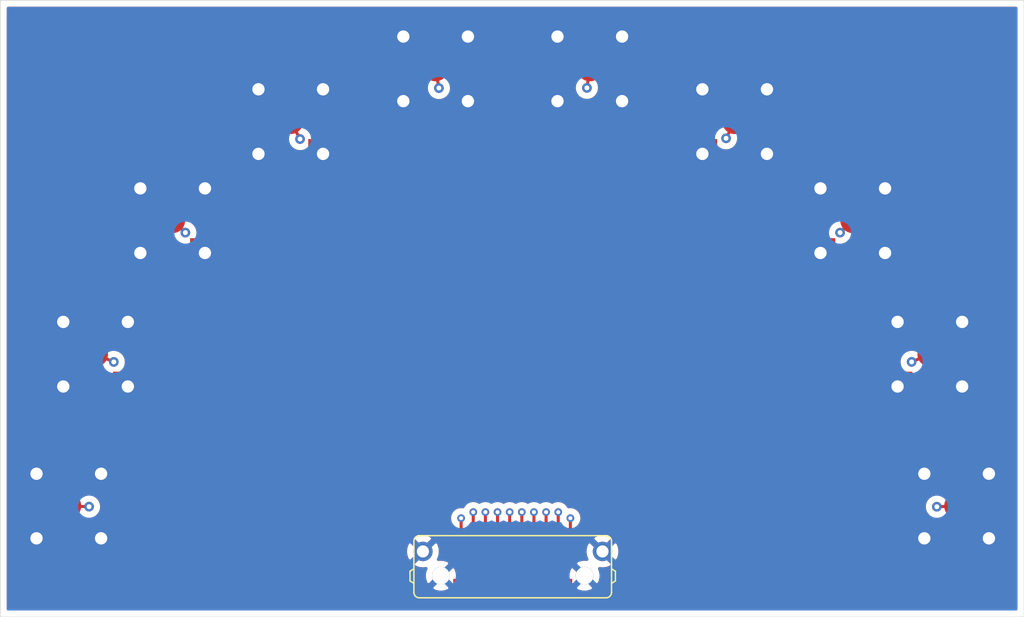
<source format=kicad_pcb>
(kicad_pcb (version 20171130) (host pcbnew "(5.1.2)-1")

  (general
    (thickness 1.6)
    (drawings 4)
    (tracks 100)
    (zones 0)
    (modules 11)
    (nets 12)
  )

  (page A4)
  (layers
    (0 F.Cu power)
    (1 In1.Cu signal)
    (2 In2.Cu power)
    (31 B.Cu power)
    (32 B.Adhes user)
    (33 F.Adhes user)
    (34 B.Paste user)
    (35 F.Paste user)
    (36 B.SilkS user)
    (37 F.SilkS user)
    (38 B.Mask user)
    (39 F.Mask user)
    (40 Dwgs.User user)
    (41 Cmts.User user)
    (42 Eco1.User user)
    (43 Eco2.User user)
    (44 Edge.Cuts user)
    (45 Margin user)
    (46 B.CrtYd user)
    (47 F.CrtYd user)
    (48 B.Fab user)
    (49 F.Fab user)
  )

  (setup
    (last_trace_width 0.25)
    (trace_clearance 0.2)
    (zone_clearance 0.508)
    (zone_45_only no)
    (trace_min 0.2)
    (via_size 0.8)
    (via_drill 0.4)
    (via_min_size 0.4)
    (via_min_drill 0.3)
    (user_via 0.635 0.3302)
    (user_via 1.27 0.762)
    (uvia_size 0.3)
    (uvia_drill 0.1)
    (uvias_allowed no)
    (uvia_min_size 0.2)
    (uvia_min_drill 0.1)
    (edge_width 0.05)
    (segment_width 0.2)
    (pcb_text_width 0.3)
    (pcb_text_size 1.5 1.5)
    (mod_edge_width 0.12)
    (mod_text_size 1 1)
    (mod_text_width 0.15)
    (pad_size 1.524 1.524)
    (pad_drill 0.762)
    (pad_to_mask_clearance 0.051)
    (solder_mask_min_width 0.25)
    (aux_axis_origin 0 0)
    (visible_elements 7FFFFFFF)
    (pcbplotparams
      (layerselection 0x010fc_ffffffff)
      (usegerberextensions false)
      (usegerberattributes false)
      (usegerberadvancedattributes false)
      (creategerberjobfile false)
      (excludeedgelayer true)
      (linewidth 0.100000)
      (plotframeref false)
      (viasonmask false)
      (mode 1)
      (useauxorigin false)
      (hpglpennumber 1)
      (hpglpenspeed 20)
      (hpglpendiameter 15.000000)
      (psnegative false)
      (psa4output false)
      (plotreference true)
      (plotvalue true)
      (plotinvisibletext false)
      (padsonsilk false)
      (subtractmaskfromsilk false)
      (outputformat 1)
      (mirror false)
      (drillshape 1)
      (scaleselection 1)
      (outputdirectory ""))
  )

  (net 0 "")
  (net 1 "Net-(J1-Pad6)")
  (net 2 "Net-(J1-Pad14)")
  (net 3 "Net-(J1-Pad2)")
  (net 4 "Net-(J1-Pad18)")
  (net 5 "Net-(J1-Pad10)")
  (net 6 "Net-(J1-Pad38)")
  (net 7 "Net-(J1-Pad34)")
  (net 8 "Net-(J1-Pad30)")
  (net 9 "Net-(J1-Pad26)")
  (net 10 "Net-(J1-Pad22)")
  (net 11 GND)

  (net_class Default "This is the default net class."
    (clearance 0.2)
    (trace_width 0.25)
    (via_dia 0.8)
    (via_drill 0.4)
    (uvia_dia 0.3)
    (uvia_drill 0.1)
    (add_net "Net-(J1-Pad10)")
    (add_net "Net-(J1-Pad14)")
    (add_net "Net-(J1-Pad18)")
    (add_net "Net-(J1-Pad2)")
    (add_net "Net-(J1-Pad22)")
    (add_net "Net-(J1-Pad26)")
    (add_net "Net-(J1-Pad30)")
    (add_net "Net-(J1-Pad34)")
    (add_net "Net-(J1-Pad38)")
    (add_net "Net-(J1-Pad6)")
  )

  (net_class Ground ""
    (clearance 0.2)
    (trace_width 0.25)
    (via_dia 1.27)
    (via_drill 1.016)
    (uvia_dia 0.3)
    (uvia_drill 0.1)
    (add_net GND)
  )

  (module Station06:LSHM-120-02.5-L-DV-A-S-TR (layer F.Cu) (tedit 5DDC547E) (tstamp 5DDCA61E)
    (at 140 100)
    (path /5DDF9380)
    (fp_text reference J1 (at 0.04 3.85) (layer F.SilkS) hide
      (effects (font (size 1 1) (thickness 0.15)))
    )
    (fp_text value LSHM-120-02.5-L-DV-A-S-TR (at 0.04 5.4) (layer F.Fab) hide
      (effects (font (size 1 1) (thickness 0.15)))
    )
    (fp_arc (start 7.69 -2.11) (end 7.69 -2.56) (angle 90) (layer F.SilkS) (width 0.12))
    (fp_arc (start -7.69 -2.11) (end -8.14 -2.11) (angle 90) (layer F.SilkS) (width 0.12))
    (fp_arc (start 7.69 2.11) (end 8.14 2.11) (angle 90) (layer F.SilkS) (width 0.12))
    (fp_arc (start -7.69 2.11) (end -7.69 2.56) (angle 90) (layer F.SilkS) (width 0.12))
    (fp_line (start -7.69 2.56) (end 7.69 2.56) (layer F.SilkS) (width 0.12))
    (fp_line (start -7.69 -2.56) (end 7.69 -2.56) (layer F.SilkS) (width 0.12))
    (fp_line (start 8.14 2.11) (end 8.14 -2.11) (layer F.SilkS) (width 0.12))
    (fp_line (start -8.14 -2.11) (end -8.14 2.11) (layer F.SilkS) (width 0.12))
    (fp_line (start -8.46 0.37) (end -8.46 1.17) (layer F.SilkS) (width 0.12))
    (fp_line (start -8.46 1.17) (end -8.14 1.37) (layer F.SilkS) (width 0.12))
    (fp_line (start 8.46 1.17) (end 8.14 1.37) (layer F.SilkS) (width 0.12))
    (fp_line (start 8.46 0.37) (end 8.46 1.17) (layer F.SilkS) (width 0.12))
    (fp_line (start 8.46 0.37) (end 8.14 0.17) (layer F.SilkS) (width 0.12))
    (fp_line (start -8.46 0.37) (end -8.14 0.17) (layer F.SilkS) (width 0.12))
    (pad 7 smd rect (at 3.25 2.1) (size 0.3 2.2) (layers F.Cu F.Paste F.Mask)
      (net 11 GND) (solder_mask_margin 0.05) (clearance 0.05))
    (pad 15 smd rect (at 1.25 2.1) (size 0.3 2.2) (layers F.Cu F.Paste F.Mask)
      (net 11 GND) (solder_mask_margin 0.05) (clearance 0.05))
    (pad 5 smd rect (at 3.75 2.1) (size 0.3 2.2) (layers F.Cu F.Paste F.Mask)
      (net 11 GND) (solder_mask_margin 0.05) (clearance 0.05))
    (pad 19 smd rect (at 0.25 2.1) (size 0.3 2.2) (layers F.Cu F.Paste F.Mask)
      (net 11 GND) (solder_mask_margin 0.05) (clearance 0.05))
    (pad 11 smd rect (at 2.25 2.1) (size 0.3 2.2) (layers F.Cu F.Paste F.Mask)
      (net 11 GND) (solder_mask_margin 0.05) (clearance 0.05))
    (pad 13 smd rect (at 1.75 2.1) (size 0.3 2.2) (layers F.Cu F.Paste F.Mask)
      (net 11 GND) (solder_mask_margin 0.05) (clearance 0.05))
    (pad 1 smd rect (at 4.75 2.1) (size 0.3 2.2) (layers F.Cu F.Paste F.Mask)
      (net 11 GND) (solder_mask_margin 0.05) (clearance 0.05))
    (pad 17 smd rect (at 0.75 2.1) (size 0.3 2.2) (layers F.Cu F.Paste F.Mask)
      (net 11 GND) (solder_mask_margin 0.05) (clearance 0.05))
    (pad 9 smd rect (at 2.75 2.1) (size 0.3 2.2) (layers F.Cu F.Paste F.Mask)
      (net 11 GND) (solder_mask_margin 0.05) (clearance 0.05))
    (pad 3 smd rect (at 4.25 2.1) (size 0.3 2.2) (layers F.Cu F.Paste F.Mask)
      (net 11 GND) (solder_mask_margin 0.05) (clearance 0.05))
    (pad 8 smd rect (at 3.25 -2.1) (size 0.3 2.2) (layers F.Cu F.Paste F.Mask)
      (net 11 GND) (solder_mask_margin 0.05) (clearance 0.05))
    (pad 16 smd rect (at 1.25 -2.1) (size 0.3 2.2) (layers F.Cu F.Paste F.Mask)
      (net 11 GND) (solder_mask_margin 0.05) (clearance 0.05))
    (pad 6 smd rect (at 3.75 -2.1) (size 0.3 2.2) (layers F.Cu F.Paste F.Mask)
      (net 1 "Net-(J1-Pad6)") (solder_mask_margin 0.05) (clearance 0.05))
    (pad 20 smd rect (at 0.25 -2.1) (size 0.3 2.2) (layers F.Cu F.Paste F.Mask)
      (net 11 GND) (solder_mask_margin 0.05) (clearance 0.05))
    (pad 12 smd rect (at 2.25 -2.1) (size 0.3 2.2) (layers F.Cu F.Paste F.Mask)
      (net 11 GND) (solder_mask_margin 0.05) (clearance 0.05))
    (pad 14 smd rect (at 1.75 -2.1) (size 0.3 2.2) (layers F.Cu F.Paste F.Mask)
      (net 2 "Net-(J1-Pad14)") (solder_mask_margin 0.05) (clearance 0.05))
    (pad 2 smd rect (at 4.75 -2.1) (size 0.3 2.2) (layers F.Cu F.Paste F.Mask)
      (net 3 "Net-(J1-Pad2)") (solder_mask_margin 0.05) (clearance 0.05))
    (pad 18 smd rect (at 0.75 -2.1) (size 0.3 2.2) (layers F.Cu F.Paste F.Mask)
      (net 4 "Net-(J1-Pad18)") (solder_mask_margin 0.05) (clearance 0.05))
    (pad 10 smd rect (at 2.75 -2.1) (size 0.3 2.2) (layers F.Cu F.Paste F.Mask)
      (net 5 "Net-(J1-Pad10)") (solder_mask_margin 0.05) (clearance 0.05))
    (pad 4 smd rect (at 4.25 -2.1) (size 0.3 2.2) (layers F.Cu F.Paste F.Mask)
      (net 11 GND) (solder_mask_margin 0.05) (clearance 0.05))
    (pad 0 thru_hole circle (at 5.92 0.74) (size 1.45 1.45) (drill 1.45) (layers *.Cu *.Mask)
      (net 11 GND))
    (pad 0 thru_hole circle (at -5.92 0.74) (size 1.45 1.45) (drill 1.45) (layers *.Cu *.Mask)
      (net 11 GND))
    (pad 0 thru_hole circle (at 7.395 -1.26) (size 1.6 1.6) (drill 1) (layers *.Cu *.Mask)
      (net 11 GND))
    (pad 0 thru_hole circle (at -7.395 -1.26) (size 1.6 1.6) (drill 1) (layers *.Cu *.Mask)
      (net 11 GND))
    (pad 40 smd rect (at -4.75 -2.1) (size 0.3 2.2) (layers F.Cu F.Paste F.Mask)
      (net 11 GND) (solder_mask_margin 0.05) (clearance 0.05))
    (pad 39 smd rect (at -4.75 2.1) (size 0.3 2.2) (layers F.Cu F.Paste F.Mask)
      (net 11 GND) (solder_mask_margin 0.05) (clearance 0.05))
    (pad 38 smd rect (at -4.25 -2.1) (size 0.3 2.2) (layers F.Cu F.Paste F.Mask)
      (net 6 "Net-(J1-Pad38)") (solder_mask_margin 0.05) (clearance 0.05))
    (pad 37 smd rect (at -4.25 2.1) (size 0.3 2.2) (layers F.Cu F.Paste F.Mask)
      (net 11 GND) (solder_mask_margin 0.05) (clearance 0.05))
    (pad 36 smd rect (at -3.75 -2.1) (size 0.3 2.2) (layers F.Cu F.Paste F.Mask)
      (net 11 GND) (solder_mask_margin 0.05) (clearance 0.05))
    (pad 35 smd rect (at -3.75 2.1) (size 0.3 2.2) (layers F.Cu F.Paste F.Mask)
      (net 11 GND) (solder_mask_margin 0.05) (clearance 0.05))
    (pad 34 smd rect (at -3.25 -2.1) (size 0.3 2.2) (layers F.Cu F.Paste F.Mask)
      (net 7 "Net-(J1-Pad34)") (solder_mask_margin 0.05) (clearance 0.05))
    (pad 33 smd rect (at -3.25 2.1) (size 0.3 2.2) (layers F.Cu F.Paste F.Mask)
      (net 11 GND) (solder_mask_margin 0.05) (clearance 0.05))
    (pad 32 smd rect (at -2.75 -2.1) (size 0.3 2.2) (layers F.Cu F.Paste F.Mask)
      (net 11 GND) (solder_mask_margin 0.05) (clearance 0.05))
    (pad 31 smd rect (at -2.75 2.1) (size 0.3 2.2) (layers F.Cu F.Paste F.Mask)
      (net 11 GND) (solder_mask_margin 0.05) (clearance 0.05))
    (pad 30 smd rect (at -2.25 -2.1) (size 0.3 2.2) (layers F.Cu F.Paste F.Mask)
      (net 8 "Net-(J1-Pad30)") (solder_mask_margin 0.05) (clearance 0.05))
    (pad 29 smd rect (at -2.25 2.1) (size 0.3 2.2) (layers F.Cu F.Paste F.Mask)
      (net 11 GND) (solder_mask_margin 0.05) (clearance 0.05))
    (pad 28 smd rect (at -1.75 -2.1) (size 0.3 2.2) (layers F.Cu F.Paste F.Mask)
      (net 11 GND) (solder_mask_margin 0.05) (clearance 0.05))
    (pad 27 smd rect (at -1.75 2.1) (size 0.3 2.2) (layers F.Cu F.Paste F.Mask)
      (net 11 GND) (solder_mask_margin 0.05) (clearance 0.05))
    (pad 26 smd rect (at -1.25 -2.1) (size 0.3 2.2) (layers F.Cu F.Paste F.Mask)
      (net 9 "Net-(J1-Pad26)") (solder_mask_margin 0.05) (clearance 0.05))
    (pad 25 smd rect (at -1.25 2.1) (size 0.3 2.2) (layers F.Cu F.Paste F.Mask)
      (net 11 GND) (solder_mask_margin 0.05) (clearance 0.05))
    (pad 24 smd rect (at -0.75 -2.1) (size 0.3 2.2) (layers F.Cu F.Paste F.Mask)
      (net 11 GND) (solder_mask_margin 0.05) (clearance 0.05))
    (pad 23 smd rect (at -0.75 2.1) (size 0.3 2.2) (layers F.Cu F.Paste F.Mask)
      (net 11 GND) (solder_mask_margin 0.05) (clearance 0.05))
    (pad 22 smd rect (at -0.25 -2.1) (size 0.3 2.2) (layers F.Cu F.Paste F.Mask)
      (net 10 "Net-(J1-Pad22)") (solder_mask_margin 0.05) (clearance 0.05))
    (pad 21 smd rect (at -0.25 2.1) (size 0.3 2.2) (layers F.Cu F.Paste F.Mask)
      (net 11 GND) (solder_mask_margin 0.05) (clearance 0.05))
    (model ${KIPRJMOD}/Station06.3dshapes/LSHM-120-02.5-L-DV-A-S-TR.wrl
      (at (xyz 0 0 0))
      (scale (xyz 1 1 1))
      (rotate (xyz 0 0 0))
    )
  )

  (module Station06:CONSMA001-SMD-G (layer F.Cu) (tedit 5DDC561E) (tstamp 5DDCA627)
    (at 176.568 95)
    (path /5DDFA6F1)
    (fp_text reference J2 (at 0 -5.5363) (layer F.SilkS) hide
      (effects (font (size 1 1) (thickness 0.15)))
    )
    (fp_text value CONSMA001-SMD-G (at 0 -6.5363) (layer F.Fab) hide
      (effects (font (size 1 1) (thickness 0.15)))
    )
    (pad 2 smd rect (at 2.66 2.66) (size 2.44 2.44) (layers F.Cu F.Paste F.Mask)
      (net 11 GND))
    (pad 2 smd rect (at 2.66 -2.66) (size 2.44 2.44) (layers F.Cu F.Paste F.Mask)
      (net 11 GND))
    (pad 2 smd rect (at -2.66 -2.66 90) (size 2.44 2.44) (layers F.Cu F.Paste F.Mask)
      (net 11 GND))
    (pad 2 smd rect (at -2.66 2.66) (size 2.44 2.44) (layers F.Cu F.Paste F.Mask)
      (net 11 GND))
    (pad 1 smd circle (at 0 0) (size 2.05 2.05) (layers F.Cu F.Paste F.Mask)
      (net 3 "Net-(J1-Pad2)"))
    (model ${KIPRJMOD}/Station06.3dshapes/CONSMA001-SMD-G.wrl
      (at (xyz 0 0 0))
      (scale (xyz 1 1 1))
      (rotate (xyz 0 0 0))
    )
  )

  (module Station06:CONSMA001-SMD-G (layer F.Cu) (tedit 5DDC561E) (tstamp 5DDCA630)
    (at 174.363 82.493)
    (path /5DE01A04)
    (fp_text reference J3 (at 0 -5.5363) (layer F.SilkS) hide
      (effects (font (size 1 1) (thickness 0.15)))
    )
    (fp_text value CONSMA001-SMD-G (at 0 -6.5363) (layer F.Fab) hide
      (effects (font (size 1 1) (thickness 0.15)))
    )
    (pad 2 smd rect (at 2.66 2.66) (size 2.44 2.44) (layers F.Cu F.Paste F.Mask)
      (net 11 GND))
    (pad 2 smd rect (at 2.66 -2.66) (size 2.44 2.44) (layers F.Cu F.Paste F.Mask)
      (net 11 GND))
    (pad 2 smd rect (at -2.66 -2.66 90) (size 2.44 2.44) (layers F.Cu F.Paste F.Mask)
      (net 11 GND))
    (pad 2 smd rect (at -2.66 2.66) (size 2.44 2.44) (layers F.Cu F.Paste F.Mask)
      (net 11 GND))
    (pad 1 smd circle (at 0 0) (size 2.05 2.05) (layers F.Cu F.Paste F.Mask)
      (net 1 "Net-(J1-Pad6)"))
    (model ${KIPRJMOD}/Station06.3dshapes/CONSMA001-SMD-G.wrl
      (at (xyz 0 0 0))
      (scale (xyz 1 1 1))
      (rotate (xyz 0 0 0))
    )
  )

  (module Station06:CONSMA001-SMD-G (layer F.Cu) (tedit 5DDC561E) (tstamp 5DDCA639)
    (at 168.013 71.494)
    (path /5DE02827)
    (fp_text reference J4 (at 0 -5.5363) (layer F.SilkS) hide
      (effects (font (size 1 1) (thickness 0.15)))
    )
    (fp_text value CONSMA001-SMD-G (at 0 -6.5363) (layer F.Fab) hide
      (effects (font (size 1 1) (thickness 0.15)))
    )
    (pad 1 smd circle (at 0 0) (size 2.05 2.05) (layers F.Cu F.Paste F.Mask)
      (net 5 "Net-(J1-Pad10)"))
    (pad 2 smd rect (at -2.66 2.66) (size 2.44 2.44) (layers F.Cu F.Paste F.Mask)
      (net 11 GND))
    (pad 2 smd rect (at -2.66 -2.66 90) (size 2.44 2.44) (layers F.Cu F.Paste F.Mask)
      (net 11 GND))
    (pad 2 smd rect (at 2.66 -2.66) (size 2.44 2.44) (layers F.Cu F.Paste F.Mask)
      (net 11 GND))
    (pad 2 smd rect (at 2.66 2.66) (size 2.44 2.44) (layers F.Cu F.Paste F.Mask)
      (net 11 GND))
    (model ${KIPRJMOD}/Station06.3dshapes/CONSMA001-SMD-G.wrl
      (at (xyz 0 0 0))
      (scale (xyz 1 1 1))
      (rotate (xyz 0 0 0))
    )
  )

  (module Station06:CONSMA001-SMD-G (layer F.Cu) (tedit 5DDC561E) (tstamp 5DDCA642)
    (at 158.284 63.331)
    (path /5DE02833)
    (fp_text reference J5 (at 0 -5.5363) (layer F.SilkS) hide
      (effects (font (size 1 1) (thickness 0.15)))
    )
    (fp_text value CONSMA001-SMD-G (at 0 -6.5363) (layer F.Fab) hide
      (effects (font (size 1 1) (thickness 0.15)))
    )
    (pad 2 smd rect (at 2.66 2.66) (size 2.44 2.44) (layers F.Cu F.Paste F.Mask)
      (net 11 GND))
    (pad 2 smd rect (at 2.66 -2.66) (size 2.44 2.44) (layers F.Cu F.Paste F.Mask)
      (net 11 GND))
    (pad 2 smd rect (at -2.66 -2.66 90) (size 2.44 2.44) (layers F.Cu F.Paste F.Mask)
      (net 11 GND))
    (pad 2 smd rect (at -2.66 2.66) (size 2.44 2.44) (layers F.Cu F.Paste F.Mask)
      (net 11 GND))
    (pad 1 smd circle (at 0 0) (size 2.05 2.05) (layers F.Cu F.Paste F.Mask)
      (net 2 "Net-(J1-Pad14)"))
    (model ${KIPRJMOD}/Station06.3dshapes/CONSMA001-SMD-G.wrl
      (at (xyz 0 0 0))
      (scale (xyz 1 1 1))
      (rotate (xyz 0 0 0))
    )
  )

  (module Station06:CONSMA001-SMD-G (layer F.Cu) (tedit 5DDC561E) (tstamp 5DDCA64B)
    (at 146.35 58.987)
    (path /5DE048A0)
    (fp_text reference J6 (at 0 -5.5363) (layer F.SilkS) hide
      (effects (font (size 1 1) (thickness 0.15)))
    )
    (fp_text value CONSMA001-SMD-G (at 0 -6.5363) (layer F.Fab) hide
      (effects (font (size 1 1) (thickness 0.15)))
    )
    (pad 1 smd circle (at 0 0) (size 2.05 2.05) (layers F.Cu F.Paste F.Mask)
      (net 4 "Net-(J1-Pad18)"))
    (pad 2 smd rect (at -2.66 2.66) (size 2.44 2.44) (layers F.Cu F.Paste F.Mask)
      (net 11 GND))
    (pad 2 smd rect (at -2.66 -2.66 90) (size 2.44 2.44) (layers F.Cu F.Paste F.Mask)
      (net 11 GND))
    (pad 2 smd rect (at 2.66 -2.66) (size 2.44 2.44) (layers F.Cu F.Paste F.Mask)
      (net 11 GND))
    (pad 2 smd rect (at 2.66 2.66) (size 2.44 2.44) (layers F.Cu F.Paste F.Mask)
      (net 11 GND))
    (model ${KIPRJMOD}/Station06.3dshapes/CONSMA001-SMD-G.wrl
      (at (xyz 0 0 0))
      (scale (xyz 1 1 1))
      (rotate (xyz 0 0 0))
    )
  )

  (module Station06:CONSMA001-SMD-G (layer F.Cu) (tedit 5DDC561E) (tstamp 5DDCA654)
    (at 133.65 58.987)
    (path /5DE048AC)
    (fp_text reference J7 (at 0 -5.5363) (layer F.SilkS) hide
      (effects (font (size 1 1) (thickness 0.15)))
    )
    (fp_text value CONSMA001-SMD-G (at 0 -6.5363) (layer F.Fab) hide
      (effects (font (size 1 1) (thickness 0.15)))
    )
    (pad 2 smd rect (at 2.66 2.66) (size 2.44 2.44) (layers F.Cu F.Paste F.Mask)
      (net 11 GND))
    (pad 2 smd rect (at 2.66 -2.66) (size 2.44 2.44) (layers F.Cu F.Paste F.Mask)
      (net 11 GND))
    (pad 2 smd rect (at -2.66 -2.66 90) (size 2.44 2.44) (layers F.Cu F.Paste F.Mask)
      (net 11 GND))
    (pad 2 smd rect (at -2.66 2.66) (size 2.44 2.44) (layers F.Cu F.Paste F.Mask)
      (net 11 GND))
    (pad 1 smd circle (at 0 0) (size 2.05 2.05) (layers F.Cu F.Paste F.Mask)
      (net 10 "Net-(J1-Pad22)"))
    (model ${KIPRJMOD}/Station06.3dshapes/CONSMA001-SMD-G.wrl
      (at (xyz 0 0 0))
      (scale (xyz 1 1 1))
      (rotate (xyz 0 0 0))
    )
  )

  (module Station06:CONSMA001-SMD-G (layer F.Cu) (tedit 5DDC561E) (tstamp 5DDCA65D)
    (at 121.716 63.331)
    (path /5DE048B8)
    (fp_text reference J8 (at 0 -5.5363) (layer F.SilkS) hide
      (effects (font (size 1 1) (thickness 0.15)))
    )
    (fp_text value CONSMA001-SMD-G (at 0 -6.5363) (layer F.Fab) hide
      (effects (font (size 1 1) (thickness 0.15)))
    )
    (pad 1 smd circle (at 0 0) (size 2.05 2.05) (layers F.Cu F.Paste F.Mask)
      (net 9 "Net-(J1-Pad26)"))
    (pad 2 smd rect (at -2.66 2.66) (size 2.44 2.44) (layers F.Cu F.Paste F.Mask)
      (net 11 GND))
    (pad 2 smd rect (at -2.66 -2.66 90) (size 2.44 2.44) (layers F.Cu F.Paste F.Mask)
      (net 11 GND))
    (pad 2 smd rect (at 2.66 -2.66) (size 2.44 2.44) (layers F.Cu F.Paste F.Mask)
      (net 11 GND))
    (pad 2 smd rect (at 2.66 2.66) (size 2.44 2.44) (layers F.Cu F.Paste F.Mask)
      (net 11 GND))
    (model ${KIPRJMOD}/Station06.3dshapes/CONSMA001-SMD-G.wrl
      (at (xyz 0 0 0))
      (scale (xyz 1 1 1))
      (rotate (xyz 0 0 0))
    )
  )

  (module Station06:CONSMA001-SMD-G (layer F.Cu) (tedit 5DDC561E) (tstamp 5DDCA666)
    (at 111.987 71.494)
    (path /5DE048C4)
    (fp_text reference J9 (at 0 -5.5363) (layer F.SilkS) hide
      (effects (font (size 1 1) (thickness 0.15)))
    )
    (fp_text value CONSMA001-SMD-G (at 0 -6.5363) (layer F.Fab) hide
      (effects (font (size 1 1) (thickness 0.15)))
    )
    (pad 2 smd rect (at 2.66 2.66) (size 2.44 2.44) (layers F.Cu F.Paste F.Mask)
      (net 11 GND))
    (pad 2 smd rect (at 2.66 -2.66) (size 2.44 2.44) (layers F.Cu F.Paste F.Mask)
      (net 11 GND))
    (pad 2 smd rect (at -2.66 -2.66 90) (size 2.44 2.44) (layers F.Cu F.Paste F.Mask)
      (net 11 GND))
    (pad 2 smd rect (at -2.66 2.66) (size 2.44 2.44) (layers F.Cu F.Paste F.Mask)
      (net 11 GND))
    (pad 1 smd circle (at 0 0) (size 2.05 2.05) (layers F.Cu F.Paste F.Mask)
      (net 8 "Net-(J1-Pad30)"))
    (model ${KIPRJMOD}/Station06.3dshapes/CONSMA001-SMD-G.wrl
      (at (xyz 0 0 0))
      (scale (xyz 1 1 1))
      (rotate (xyz 0 0 0))
    )
  )

  (module Station06:CONSMA001-SMD-G (layer F.Cu) (tedit 5DDC561E) (tstamp 5DDCA66F)
    (at 105.637 82.493)
    (path /5DE058AD)
    (fp_text reference J10 (at 0 -5.5363) (layer F.SilkS) hide
      (effects (font (size 1 1) (thickness 0.15)))
    )
    (fp_text value CONSMA001-SMD-G (at 0 -6.5363) (layer F.Fab) hide
      (effects (font (size 1 1) (thickness 0.15)))
    )
    (pad 2 smd rect (at 2.66 2.66) (size 2.44 2.44) (layers F.Cu F.Paste F.Mask)
      (net 11 GND))
    (pad 2 smd rect (at 2.66 -2.66) (size 2.44 2.44) (layers F.Cu F.Paste F.Mask)
      (net 11 GND))
    (pad 2 smd rect (at -2.66 -2.66 90) (size 2.44 2.44) (layers F.Cu F.Paste F.Mask)
      (net 11 GND))
    (pad 2 smd rect (at -2.66 2.66) (size 2.44 2.44) (layers F.Cu F.Paste F.Mask)
      (net 11 GND))
    (pad 1 smd circle (at 0 0) (size 2.05 2.05) (layers F.Cu F.Paste F.Mask)
      (net 7 "Net-(J1-Pad34)"))
    (model ${KIPRJMOD}/Station06.3dshapes/CONSMA001-SMD-G.wrl
      (at (xyz 0 0 0))
      (scale (xyz 1 1 1))
      (rotate (xyz 0 0 0))
    )
  )

  (module Station06:CONSMA001-SMD-G (layer F.Cu) (tedit 5DDC561E) (tstamp 5DDCA678)
    (at 103.432 95)
    (path /5DE058B9)
    (fp_text reference J11 (at 0 -5.5363) (layer F.SilkS) hide
      (effects (font (size 1 1) (thickness 0.15)))
    )
    (fp_text value CONSMA001-SMD-G (at 0 -6.5363) (layer F.Fab) hide
      (effects (font (size 1 1) (thickness 0.15)))
    )
    (pad 1 smd circle (at 0 0) (size 2.05 2.05) (layers F.Cu F.Paste F.Mask)
      (net 6 "Net-(J1-Pad38)"))
    (pad 2 smd rect (at -2.66 2.66) (size 2.44 2.44) (layers F.Cu F.Paste F.Mask)
      (net 11 GND))
    (pad 2 smd rect (at -2.66 -2.66 90) (size 2.44 2.44) (layers F.Cu F.Paste F.Mask)
      (net 11 GND))
    (pad 2 smd rect (at 2.66 -2.66) (size 2.44 2.44) (layers F.Cu F.Paste F.Mask)
      (net 11 GND))
    (pad 2 smd rect (at 2.66 2.66) (size 2.44 2.44) (layers F.Cu F.Paste F.Mask)
      (net 11 GND))
    (model ${KIPRJMOD}/Station06.3dshapes/CONSMA001-SMD-G.wrl
      (at (xyz 0 0 0))
      (scale (xyz 1 1 1))
      (rotate (xyz 0 0 0))
    )
  )

  (gr_line (start 182.118 104.14) (end 97.79 104.14) (layer Edge.Cuts) (width 0.05) (tstamp 5DFA8E27))
  (gr_line (start 182.118 53.34) (end 182.118 104.14) (layer Edge.Cuts) (width 0.05) (tstamp 5DFA938D))
  (gr_line (start 97.79 53.34) (end 182.118 53.34) (layer Edge.Cuts) (width 0.05))
  (gr_line (start 97.79 104.14) (end 97.79 53.34) (layer Edge.Cuts) (width 0.05))

  (via (at 173.908 92.34) (size 1.27) (drill 1.016) (layers F.Cu B.Cu) (net 11))
  (via (at 171.703 79.833) (size 1.27) (drill 1.016) (layers F.Cu B.Cu) (net 11))
  (via (at 165.353 68.834) (size 1.27) (drill 1.016) (layers F.Cu B.Cu) (net 11))
  (via (at 155.624 60.671) (size 1.27) (drill 1.016) (layers F.Cu B.Cu) (net 11))
  (via (at 143.69 56.327) (size 1.27) (drill 1.016) (layers F.Cu B.Cu) (net 11))
  (via (at 130.99 56.327) (size 1.27) (drill 1.016) (layers F.Cu B.Cu) (net 11))
  (via (at 119.056 60.671) (size 1.27) (drill 1.016) (layers F.Cu B.Cu) (net 11))
  (via (at 109.327 68.834) (size 1.27) (drill 1.016) (layers F.Cu B.Cu) (net 11))
  (via (at 102.977 79.833) (size 1.27) (drill 1.016) (layers F.Cu B.Cu) (net 11))
  (via (at 100.772 97.66) (size 1.27) (drill 1.016) (layers F.Cu B.Cu) (net 11))
  (via (at 135.75 96) (size 0.635) (drill 0.3302) (layers F.Cu B.Cu) (net 6))
  (via (at 136.75 95.5) (size 0.635) (drill 0.3302) (layers F.Cu B.Cu) (net 7) (tstamp 5DFA8A48))
  (via (at 137.75 95.5) (size 0.635) (drill 0.3302) (layers F.Cu B.Cu) (net 8) (tstamp 5DFA8A4A))
  (via (at 138.75 95.5) (size 0.635) (drill 0.3302) (layers F.Cu B.Cu) (net 9) (tstamp 5DFA8A4C))
  (via (at 139.75 95.5) (size 0.635) (drill 0.3302) (layers F.Cu B.Cu) (net 10) (tstamp 5DFA8A4E))
  (via (at 140.75 95.5) (size 0.635) (drill 0.3302) (layers F.Cu B.Cu) (net 4) (tstamp 5DFA8A50))
  (via (at 141.75 95.5) (size 0.635) (drill 0.3302) (layers F.Cu B.Cu) (net 2) (tstamp 5DFA8A52))
  (via (at 142.75 95.5) (size 0.635) (drill 0.3302) (layers F.Cu B.Cu) (net 5) (tstamp 5DFA8A54))
  (via (at 143.75 95.5) (size 0.635) (drill 0.3302) (layers F.Cu B.Cu) (net 1) (tstamp 5DFA8A56))
  (segment (start 143.75 97.9) (end 143.75 95.5) (width 0.25) (layer F.Cu) (net 1))
  (via (at 172.86224 83.12658) (size 0.8) (drill 0.4) (layers F.Cu B.Cu) (net 1))
  (segment (start 143.75 95.5) (end 172.86224 83.12658) (width 0.25) (layer In1.Cu) (net 1))
  (segment (start 172.86224 83.12658) (end 174.363 82.493) (width 0.25) (layer F.Cu) (net 1))
  (segment (start 141.75 97.9) (end 141.75 95.5) (width 0.25) (layer F.Cu) (net 2))
  (via (at 157.57652 64.70904) (size 0.8) (drill 0.4) (layers F.Cu B.Cu) (net 2))
  (segment (start 141.75 95.5) (end 157.57652 64.70904) (width 0.25) (layer In1.Cu) (net 2))
  (segment (start 158.284 63.331) (end 157.57652 64.70904) (width 0.25) (layer F.Cu) (net 2))
  (via (at 144.75 96) (size 0.635) (drill 0.3302) (layers F.Cu B.Cu) (net 3) (tstamp 5DFA8A58))
  (segment (start 144.75 97.9) (end 144.75 96) (width 0.25) (layer F.Cu) (net 3))
  (via (at 174.93742 95.05696) (size 0.8) (drill 0.4) (layers F.Cu B.Cu) (net 3))
  (segment (start 144.75 96) (end 174.93742 95.05696) (width 0.25) (layer In1.Cu) (net 3))
  (segment (start 174.93742 95.05696) (end 176.568 95) (width 0.25) (layer F.Cu) (net 3))
  (segment (start 140.75 97.9) (end 140.75 95.5) (width 0.25) (layer F.Cu) (net 4))
  (via (at 146.1135 60.5536) (size 0.8) (drill 0.4) (layers F.Cu B.Cu) (net 4))
  (segment (start 140.75 95.5) (end 146.1135 60.5536) (width 0.25) (layer In1.Cu) (net 4))
  (segment (start 146.1135 60.5536) (end 146.35 58.987) (width 0.25) (layer F.Cu) (net 4))
  (segment (start 142.75 97.9) (end 142.75 95.5) (width 0.25) (layer F.Cu) (net 5))
  (via (at 166.9669 72.4789) (size 0.8) (drill 0.4) (layers F.Cu B.Cu) (net 5))
  (segment (start 142.75 95.5) (end 166.9669 72.4789) (width 0.25) (layer In1.Cu) (net 5))
  (segment (start 166.9669 72.4789) (end 168.013 71.494) (width 0.25) (layer F.Cu) (net 5))
  (segment (start 135.75 97.9) (end 135.75 96) (width 0.25) (layer F.Cu) (net 6))
  (via (at 105.10266 95.05188) (size 0.8) (drill 0.4) (layers F.Cu B.Cu) (net 6))
  (segment (start 135.75 96) (end 105.10266 95.05188) (width 0.25) (layer In1.Cu) (net 6))
  (segment (start 105.10266 95.05188) (end 103.432 95) (width 0.25) (layer F.Cu) (net 6))
  (segment (start 136.75 97.9) (end 136.75 95.5) (width 0.25) (layer F.Cu) (net 7))
  (via (at 107.13974 83.12912) (size 0.8) (drill 0.4) (layers F.Cu B.Cu) (net 7))
  (segment (start 136.75 95.5) (end 107.13974 83.12912) (width 0.25) (layer In1.Cu) (net 7))
  (segment (start 107.13974 83.12912) (end 105.637 82.493) (width 0.25) (layer F.Cu) (net 7))
  (via (at 113.03254 72.47636) (size 0.8) (drill 0.4) (layers F.Cu B.Cu) (net 8))
  (segment (start 137.75 95.5) (end 113.03254 72.47636) (width 0.25) (layer In1.Cu) (net 8))
  (segment (start 113.03254 72.47636) (end 111.987 71.494) (width 0.25) (layer F.Cu) (net 8))
  (segment (start 137.75 97.9) (end 137.75 95.5) (width 0.25) (layer F.Cu) (net 8))
  (segment (start 138.75 97.9) (end 138.75 95.5) (width 0.25) (layer F.Cu) (net 9))
  (via (at 122.48134 64.77) (size 0.8) (drill 0.4) (layers F.Cu B.Cu) (net 9))
  (segment (start 138.75 95.5) (end 122.48134 64.77) (width 0.25) (layer In1.Cu) (net 9))
  (segment (start 122.48134 64.77) (end 121.716 63.331) (width 0.25) (layer F.Cu) (net 9))
  (segment (start 139.75 97.9) (end 139.75 95.5) (width 0.25) (layer F.Cu) (net 10))
  (via (at 133.91896 60.56884) (size 0.8) (drill 0.4) (layers F.Cu B.Cu) (net 10))
  (segment (start 139.75 95.5) (end 133.91896 60.56884) (width 0.25) (layer In1.Cu) (net 10))
  (segment (start 133.91896 60.56884) (end 133.65 58.987) (width 0.25) (layer F.Cu) (net 10))
  (segment (start 135.25 97.9) (end 135.25 99.69) (width 0.25) (layer F.Cu) (net 11))
  (segment (start 136.25 97.9) (end 136.25 99.97) (width 0.25) (layer F.Cu) (net 11))
  (segment (start 137.25 97.9) (end 137.25 100.24) (width 0.25) (layer F.Cu) (net 11))
  (segment (start 138.25 97.9) (end 138.25 100.15) (width 0.25) (layer F.Cu) (net 11))
  (segment (start 139.25 97.9) (end 139.25 99.88) (width 0.25) (layer F.Cu) (net 11))
  (segment (start 140.25 97.9) (end 140.25 99.78) (width 0.25) (layer F.Cu) (net 11))
  (segment (start 141.25 97.9) (end 141.25 100.05) (width 0.25) (layer F.Cu) (net 11))
  (segment (start 142.25 97.9) (end 142.25 100.32) (width 0.25) (layer F.Cu) (net 11))
  (segment (start 143.25 97.9) (end 143.25 100.07) (width 0.25) (layer F.Cu) (net 11))
  (segment (start 144.25 97.9) (end 144.25 99.59) (width 0.25) (layer F.Cu) (net 11))
  (via (at 106.092 97.66) (size 1.27) (drill 1.016) (layers F.Cu B.Cu) (net 11) (tstamp 5DFA903D))
  (via (at 100.772 92.34) (size 1.27) (drill 1.016) (layers F.Cu B.Cu) (net 11) (tstamp 5DFA903F))
  (via (at 106.092 92.34) (size 1.27) (drill 1.016) (layers F.Cu B.Cu) (net 11) (tstamp 5DFA9041))
  (via (at 108.297 79.833) (size 1.27) (drill 1.016) (layers F.Cu B.Cu) (net 11) (tstamp 5DFA908B))
  (via (at 102.977 85.153) (size 1.27) (drill 1.016) (layers F.Cu B.Cu) (net 11) (tstamp 5DFA908D))
  (via (at 108.297 85.153) (size 1.27) (drill 1.016) (layers F.Cu B.Cu) (net 11) (tstamp 5DFA908F))
  (via (at 114.647 68.834) (size 1.27) (drill 1.016) (layers F.Cu B.Cu) (net 11) (tstamp 5DFA90D8))
  (via (at 109.327 74.154) (size 1.27) (drill 1.016) (layers F.Cu B.Cu) (net 11) (tstamp 5DFA90DA))
  (via (at 114.647 74.154) (size 1.27) (drill 1.016) (layers F.Cu B.Cu) (net 11) (tstamp 5DFA90DC))
  (via (at 124.376 60.671) (size 1.27) (drill 1.016) (layers F.Cu B.Cu) (net 11) (tstamp 5DFA9136))
  (via (at 119.056 65.991) (size 1.27) (drill 1.016) (layers F.Cu B.Cu) (net 11) (tstamp 5DFA9138))
  (via (at 124.376 65.991) (size 1.27) (drill 1.016) (layers F.Cu B.Cu) (net 11) (tstamp 5DFA913A))
  (via (at 136.31 56.327) (size 1.27) (drill 1.016) (layers F.Cu B.Cu) (net 11) (tstamp 5DFA91AD))
  (via (at 130.99 61.647) (size 1.27) (drill 1.016) (layers F.Cu B.Cu) (net 11) (tstamp 5DFA91AF))
  (via (at 136.31 61.647) (size 1.27) (drill 1.016) (layers F.Cu B.Cu) (net 11) (tstamp 5DFA91B1))
  (via (at 149.01 56.327) (size 1.27) (drill 1.016) (layers F.Cu B.Cu) (net 11) (tstamp 5DFA920C))
  (via (at 143.69 61.647) (size 1.27) (drill 1.016) (layers F.Cu B.Cu) (net 11) (tstamp 5DFA920E))
  (via (at 149.01 61.647) (size 1.27) (drill 1.016) (layers F.Cu B.Cu) (net 11) (tstamp 5DFA9210))
  (via (at 160.944 60.671) (size 1.27) (drill 1.016) (layers F.Cu B.Cu) (net 11) (tstamp 5DFA926B))
  (via (at 155.624 65.991) (size 1.27) (drill 1.016) (layers F.Cu B.Cu) (net 11) (tstamp 5DFA926D))
  (via (at 160.944 65.991) (size 1.27) (drill 1.016) (layers F.Cu B.Cu) (net 11) (tstamp 5DFA926F))
  (via (at 170.673 68.834) (size 1.27) (drill 1.016) (layers F.Cu B.Cu) (net 11) (tstamp 5DFA92B8))
  (via (at 165.353 74.154) (size 1.27) (drill 1.016) (layers F.Cu B.Cu) (net 11) (tstamp 5DFA92BA))
  (via (at 170.673 74.154) (size 1.27) (drill 1.016) (layers F.Cu B.Cu) (net 11) (tstamp 5DFA92BC))
  (via (at 177.023 79.833) (size 1.27) (drill 1.016) (layers F.Cu B.Cu) (net 11) (tstamp 5DFA9306))
  (via (at 171.703 85.153) (size 1.27) (drill 1.016) (layers F.Cu B.Cu) (net 11) (tstamp 5DFA9308))
  (via (at 177.023 85.153) (size 1.27) (drill 1.016) (layers F.Cu B.Cu) (net 11) (tstamp 5DFA930A))
  (via (at 179.228 92.34) (size 1.27) (drill 1.016) (layers F.Cu B.Cu) (net 11) (tstamp 5DFA9354))
  (via (at 173.908 97.66) (size 1.27) (drill 1.016) (layers F.Cu B.Cu) (net 11) (tstamp 5DFA9356))
  (via (at 179.228 97.66) (size 1.27) (drill 1.016) (layers F.Cu B.Cu) (net 11) (tstamp 5DFA9358))

  (zone (net 11) (net_name GND) (layer In2.Cu) (tstamp 0) (hatch edge 0.508)
    (connect_pads (clearance 0.508))
    (min_thickness 0.254)
    (fill yes (arc_segments 32) (thermal_gap 0.508) (thermal_bridge_width 0.508))
    (polygon
      (pts
        (xy 97.79 104.14) (xy 97.79 53.34) (xy 182.118 53.34) (xy 182.118 104.14)
      )
    )
    (filled_polygon
      (pts
        (xy 181.458001 103.48) (xy 98.45 103.48) (xy 98.45 101.679133) (xy 133.320472 101.679133) (xy 133.382965 101.91545)
        (xy 133.625678 102.02885) (xy 133.885849 102.092719) (xy 134.153482 102.104604) (xy 134.418291 102.064048) (xy 134.6701 101.972609)
        (xy 134.777035 101.91545) (xy 134.839528 101.679133) (xy 145.160472 101.679133) (xy 145.222965 101.91545) (xy 145.465678 102.02885)
        (xy 145.725849 102.092719) (xy 145.993482 102.104604) (xy 146.258291 102.064048) (xy 146.5101 101.972609) (xy 146.617035 101.91545)
        (xy 146.679528 101.679133) (xy 145.92 100.919605) (xy 145.160472 101.679133) (xy 134.839528 101.679133) (xy 134.08 100.919605)
        (xy 133.320472 101.679133) (xy 98.45 101.679133) (xy 98.45 99.732702) (xy 131.791903 99.732702) (xy 131.863486 99.976671)
        (xy 132.118996 100.097571) (xy 132.393184 100.1663) (xy 132.675512 100.180217) (xy 132.852689 100.153965) (xy 132.79115 100.285678)
        (xy 132.727281 100.545849) (xy 132.715396 100.813482) (xy 132.755952 101.078291) (xy 132.847391 101.3301) (xy 132.90455 101.437035)
        (xy 133.140867 101.499528) (xy 133.900395 100.74) (xy 134.259605 100.74) (xy 135.019133 101.499528) (xy 135.25545 101.437035)
        (xy 135.36885 101.194322) (xy 135.432719 100.934151) (xy 135.438077 100.813482) (xy 144.555396 100.813482) (xy 144.595952 101.078291)
        (xy 144.687391 101.3301) (xy 144.74455 101.437035) (xy 144.980867 101.499528) (xy 145.740395 100.74) (xy 144.980867 99.980472)
        (xy 144.74455 100.042965) (xy 144.63115 100.285678) (xy 144.567281 100.545849) (xy 144.555396 100.813482) (xy 135.438077 100.813482)
        (xy 135.444604 100.666518) (xy 135.404048 100.401709) (xy 135.312609 100.1499) (xy 135.25545 100.042965) (xy 135.019133 99.980472)
        (xy 134.259605 100.74) (xy 133.900395 100.74) (xy 133.886253 100.725858) (xy 134.065858 100.546253) (xy 134.08 100.560395)
        (xy 134.839528 99.800867) (xy 145.160472 99.800867) (xy 145.92 100.560395) (xy 145.934143 100.546253) (xy 146.113748 100.725858)
        (xy 146.099605 100.74) (xy 146.859133 101.499528) (xy 147.09545 101.437035) (xy 147.20885 101.194322) (xy 147.272719 100.934151)
        (xy 147.284604 100.666518) (xy 147.244048 100.401709) (xy 147.156099 100.159511) (xy 147.183184 100.1663) (xy 147.465512 100.180217)
        (xy 147.74513 100.138787) (xy 148.011292 100.043603) (xy 148.136514 99.976671) (xy 148.208097 99.732702) (xy 147.395 98.919605)
        (xy 147.380858 98.933748) (xy 147.201253 98.754143) (xy 147.215395 98.74) (xy 147.574605 98.74) (xy 148.387702 99.553097)
        (xy 148.631671 99.481514) (xy 148.752571 99.226004) (xy 148.8213 98.951816) (xy 148.835217 98.669488) (xy 148.793787 98.38987)
        (xy 148.698603 98.123708) (xy 148.631671 97.998486) (xy 148.387702 97.926903) (xy 147.574605 98.74) (xy 147.215395 98.74)
        (xy 146.402298 97.926903) (xy 146.158329 97.998486) (xy 146.037429 98.253996) (xy 145.9687 98.528184) (xy 145.954783 98.810512)
        (xy 145.996213 99.09013) (xy 146.091397 99.356292) (xy 146.10781 99.386999) (xy 145.846518 99.375396) (xy 145.581709 99.415952)
        (xy 145.3299 99.507391) (xy 145.222965 99.56455) (xy 145.160472 99.800867) (xy 134.839528 99.800867) (xy 134.777035 99.56455)
        (xy 134.534322 99.45115) (xy 134.274151 99.387281) (xy 134.006518 99.375396) (xy 133.882927 99.394324) (xy 133.962571 99.226004)
        (xy 134.0313 98.951816) (xy 134.045217 98.669488) (xy 134.003787 98.38987) (xy 133.908603 98.123708) (xy 133.841671 97.998486)
        (xy 133.597702 97.926903) (xy 132.784605 98.74) (xy 132.798748 98.754143) (xy 132.619143 98.933748) (xy 132.605 98.919605)
        (xy 131.791903 99.732702) (xy 98.45 99.732702) (xy 98.45 98.810512) (xy 131.164783 98.810512) (xy 131.206213 99.09013)
        (xy 131.301397 99.356292) (xy 131.368329 99.481514) (xy 131.612298 99.553097) (xy 132.425395 98.74) (xy 131.612298 97.926903)
        (xy 131.368329 97.998486) (xy 131.247429 98.253996) (xy 131.1787 98.528184) (xy 131.164783 98.810512) (xy 98.45 98.810512)
        (xy 98.45 97.747298) (xy 131.791903 97.747298) (xy 132.605 98.560395) (xy 133.418097 97.747298) (xy 146.581903 97.747298)
        (xy 147.395 98.560395) (xy 148.208097 97.747298) (xy 148.136514 97.503329) (xy 147.881004 97.382429) (xy 147.606816 97.3137)
        (xy 147.324488 97.299783) (xy 147.04487 97.341213) (xy 146.778708 97.436397) (xy 146.653486 97.503329) (xy 146.581903 97.747298)
        (xy 133.418097 97.747298) (xy 133.346514 97.503329) (xy 133.091004 97.382429) (xy 132.816816 97.3137) (xy 132.534488 97.299783)
        (xy 132.25487 97.341213) (xy 131.988708 97.436397) (xy 131.863486 97.503329) (xy 131.791903 97.747298) (xy 98.45 97.747298)
        (xy 98.45 94.949941) (xy 104.06766 94.949941) (xy 104.06766 95.153819) (xy 104.107434 95.353778) (xy 104.185455 95.542136)
        (xy 104.298723 95.711654) (xy 104.442886 95.855817) (xy 104.612404 95.969085) (xy 104.800762 96.047106) (xy 105.000721 96.08688)
        (xy 105.204599 96.08688) (xy 105.404558 96.047106) (xy 105.592916 95.969085) (xy 105.687049 95.906187) (xy 134.7975 95.906187)
        (xy 134.7975 96.093813) (xy 134.834104 96.277834) (xy 134.905905 96.451178) (xy 135.010145 96.607184) (xy 135.142816 96.739855)
        (xy 135.298822 96.844095) (xy 135.472166 96.915896) (xy 135.656187 96.9525) (xy 135.843813 96.9525) (xy 136.027834 96.915896)
        (xy 136.201178 96.844095) (xy 136.357184 96.739855) (xy 136.489855 96.607184) (xy 136.594095 96.451178) (xy 136.598316 96.440989)
        (xy 136.656187 96.4525) (xy 136.843813 96.4525) (xy 137.027834 96.415896) (xy 137.201178 96.344095) (xy 137.25 96.311473)
        (xy 137.298822 96.344095) (xy 137.472166 96.415896) (xy 137.656187 96.4525) (xy 137.843813 96.4525) (xy 138.027834 96.415896)
        (xy 138.201178 96.344095) (xy 138.25 96.311473) (xy 138.298822 96.344095) (xy 138.472166 96.415896) (xy 138.656187 96.4525)
        (xy 138.843813 96.4525) (xy 139.027834 96.415896) (xy 139.201178 96.344095) (xy 139.25 96.311473) (xy 139.298822 96.344095)
        (xy 139.472166 96.415896) (xy 139.656187 96.4525) (xy 139.843813 96.4525) (xy 140.027834 96.415896) (xy 140.201178 96.344095)
        (xy 140.25 96.311473) (xy 140.298822 96.344095) (xy 140.472166 96.415896) (xy 140.656187 96.4525) (xy 140.843813 96.4525)
        (xy 141.027834 96.415896) (xy 141.201178 96.344095) (xy 141.25 96.311473) (xy 141.298822 96.344095) (xy 141.472166 96.415896)
        (xy 141.656187 96.4525) (xy 141.843813 96.4525) (xy 142.027834 96.415896) (xy 142.201178 96.344095) (xy 142.25 96.311473)
        (xy 142.298822 96.344095) (xy 142.472166 96.415896) (xy 142.656187 96.4525) (xy 142.843813 96.4525) (xy 143.027834 96.415896)
        (xy 143.201178 96.344095) (xy 143.25 96.311473) (xy 143.298822 96.344095) (xy 143.472166 96.415896) (xy 143.656187 96.4525)
        (xy 143.843813 96.4525) (xy 143.901684 96.440989) (xy 143.905905 96.451178) (xy 144.010145 96.607184) (xy 144.142816 96.739855)
        (xy 144.298822 96.844095) (xy 144.472166 96.915896) (xy 144.656187 96.9525) (xy 144.843813 96.9525) (xy 145.027834 96.915896)
        (xy 145.201178 96.844095) (xy 145.357184 96.739855) (xy 145.489855 96.607184) (xy 145.594095 96.451178) (xy 145.665896 96.277834)
        (xy 145.7025 96.093813) (xy 145.7025 95.906187) (xy 145.665896 95.722166) (xy 145.594095 95.548822) (xy 145.489855 95.392816)
        (xy 145.357184 95.260145) (xy 145.201178 95.155905) (xy 145.027834 95.084104) (xy 144.843813 95.0475) (xy 144.656187 95.0475)
        (xy 144.598316 95.059011) (xy 144.594095 95.048822) (xy 144.53142 94.955021) (xy 173.90242 94.955021) (xy 173.90242 95.158899)
        (xy 173.942194 95.358858) (xy 174.020215 95.547216) (xy 174.133483 95.716734) (xy 174.277646 95.860897) (xy 174.447164 95.974165)
        (xy 174.635522 96.052186) (xy 174.835481 96.09196) (xy 175.039359 96.09196) (xy 175.239318 96.052186) (xy 175.427676 95.974165)
        (xy 175.597194 95.860897) (xy 175.741357 95.716734) (xy 175.854625 95.547216) (xy 175.932646 95.358858) (xy 175.97242 95.158899)
        (xy 175.97242 94.955021) (xy 175.932646 94.755062) (xy 175.854625 94.566704) (xy 175.741357 94.397186) (xy 175.597194 94.253023)
        (xy 175.427676 94.139755) (xy 175.239318 94.061734) (xy 175.039359 94.02196) (xy 174.835481 94.02196) (xy 174.635522 94.061734)
        (xy 174.447164 94.139755) (xy 174.277646 94.253023) (xy 174.133483 94.397186) (xy 174.020215 94.566704) (xy 173.942194 94.755062)
        (xy 173.90242 94.955021) (xy 144.53142 94.955021) (xy 144.489855 94.892816) (xy 144.357184 94.760145) (xy 144.201178 94.655905)
        (xy 144.027834 94.584104) (xy 143.843813 94.5475) (xy 143.656187 94.5475) (xy 143.472166 94.584104) (xy 143.298822 94.655905)
        (xy 143.25 94.688527) (xy 143.201178 94.655905) (xy 143.027834 94.584104) (xy 142.843813 94.5475) (xy 142.656187 94.5475)
        (xy 142.472166 94.584104) (xy 142.298822 94.655905) (xy 142.25 94.688527) (xy 142.201178 94.655905) (xy 142.027834 94.584104)
        (xy 141.843813 94.5475) (xy 141.656187 94.5475) (xy 141.472166 94.584104) (xy 141.298822 94.655905) (xy 141.25 94.688527)
        (xy 141.201178 94.655905) (xy 141.027834 94.584104) (xy 140.843813 94.5475) (xy 140.656187 94.5475) (xy 140.472166 94.584104)
        (xy 140.298822 94.655905) (xy 140.25 94.688527) (xy 140.201178 94.655905) (xy 140.027834 94.584104) (xy 139.843813 94.5475)
        (xy 139.656187 94.5475) (xy 139.472166 94.584104) (xy 139.298822 94.655905) (xy 139.25 94.688527) (xy 139.201178 94.655905)
        (xy 139.027834 94.584104) (xy 138.843813 94.5475) (xy 138.656187 94.5475) (xy 138.472166 94.584104) (xy 138.298822 94.655905)
        (xy 138.25 94.688527) (xy 138.201178 94.655905) (xy 138.027834 94.584104) (xy 137.843813 94.5475) (xy 137.656187 94.5475)
        (xy 137.472166 94.584104) (xy 137.298822 94.655905) (xy 137.25 94.688527) (xy 137.201178 94.655905) (xy 137.027834 94.584104)
        (xy 136.843813 94.5475) (xy 136.656187 94.5475) (xy 136.472166 94.584104) (xy 136.298822 94.655905) (xy 136.142816 94.760145)
        (xy 136.010145 94.892816) (xy 135.905905 95.048822) (xy 135.901684 95.059011) (xy 135.843813 95.0475) (xy 135.656187 95.0475)
        (xy 135.472166 95.084104) (xy 135.298822 95.155905) (xy 135.142816 95.260145) (xy 135.010145 95.392816) (xy 134.905905 95.548822)
        (xy 134.834104 95.722166) (xy 134.7975 95.906187) (xy 105.687049 95.906187) (xy 105.762434 95.855817) (xy 105.906597 95.711654)
        (xy 106.019865 95.542136) (xy 106.097886 95.353778) (xy 106.13766 95.153819) (xy 106.13766 94.949941) (xy 106.097886 94.749982)
        (xy 106.019865 94.561624) (xy 105.906597 94.392106) (xy 105.762434 94.247943) (xy 105.592916 94.134675) (xy 105.404558 94.056654)
        (xy 105.204599 94.01688) (xy 105.000721 94.01688) (xy 104.800762 94.056654) (xy 104.612404 94.134675) (xy 104.442886 94.247943)
        (xy 104.298723 94.392106) (xy 104.185455 94.561624) (xy 104.107434 94.749982) (xy 104.06766 94.949941) (xy 98.45 94.949941)
        (xy 98.45 83.027181) (xy 106.10474 83.027181) (xy 106.10474 83.231059) (xy 106.144514 83.431018) (xy 106.222535 83.619376)
        (xy 106.335803 83.788894) (xy 106.479966 83.933057) (xy 106.649484 84.046325) (xy 106.837842 84.124346) (xy 107.037801 84.16412)
        (xy 107.241679 84.16412) (xy 107.441638 84.124346) (xy 107.629996 84.046325) (xy 107.799514 83.933057) (xy 107.943677 83.788894)
        (xy 108.056945 83.619376) (xy 108.134966 83.431018) (xy 108.17474 83.231059) (xy 108.17474 83.027181) (xy 108.174235 83.024641)
        (xy 171.82724 83.024641) (xy 171.82724 83.228519) (xy 171.867014 83.428478) (xy 171.945035 83.616836) (xy 172.058303 83.786354)
        (xy 172.202466 83.930517) (xy 172.371984 84.043785) (xy 172.560342 84.121806) (xy 172.760301 84.16158) (xy 172.964179 84.16158)
        (xy 173.164138 84.121806) (xy 173.352496 84.043785) (xy 173.522014 83.930517) (xy 173.666177 83.786354) (xy 173.779445 83.616836)
        (xy 173.857466 83.428478) (xy 173.89724 83.228519) (xy 173.89724 83.024641) (xy 173.857466 82.824682) (xy 173.779445 82.636324)
        (xy 173.666177 82.466806) (xy 173.522014 82.322643) (xy 173.352496 82.209375) (xy 173.164138 82.131354) (xy 172.964179 82.09158)
        (xy 172.760301 82.09158) (xy 172.560342 82.131354) (xy 172.371984 82.209375) (xy 172.202466 82.322643) (xy 172.058303 82.466806)
        (xy 171.945035 82.636324) (xy 171.867014 82.824682) (xy 171.82724 83.024641) (xy 108.174235 83.024641) (xy 108.134966 82.827222)
        (xy 108.056945 82.638864) (xy 107.943677 82.469346) (xy 107.799514 82.325183) (xy 107.629996 82.211915) (xy 107.441638 82.133894)
        (xy 107.241679 82.09412) (xy 107.037801 82.09412) (xy 106.837842 82.133894) (xy 106.649484 82.211915) (xy 106.479966 82.325183)
        (xy 106.335803 82.469346) (xy 106.222535 82.638864) (xy 106.144514 82.827222) (xy 106.10474 83.027181) (xy 98.45 83.027181)
        (xy 98.45 72.374421) (xy 111.99754 72.374421) (xy 111.99754 72.578299) (xy 112.037314 72.778258) (xy 112.115335 72.966616)
        (xy 112.228603 73.136134) (xy 112.372766 73.280297) (xy 112.542284 73.393565) (xy 112.730642 73.471586) (xy 112.930601 73.51136)
        (xy 113.134479 73.51136) (xy 113.334438 73.471586) (xy 113.522796 73.393565) (xy 113.692314 73.280297) (xy 113.836477 73.136134)
        (xy 113.949745 72.966616) (xy 114.027766 72.778258) (xy 114.06754 72.578299) (xy 114.06754 72.376961) (xy 165.9319 72.376961)
        (xy 165.9319 72.580839) (xy 165.971674 72.780798) (xy 166.049695 72.969156) (xy 166.162963 73.138674) (xy 166.307126 73.282837)
        (xy 166.476644 73.396105) (xy 166.665002 73.474126) (xy 166.864961 73.5139) (xy 167.068839 73.5139) (xy 167.268798 73.474126)
        (xy 167.457156 73.396105) (xy 167.626674 73.282837) (xy 167.770837 73.138674) (xy 167.884105 72.969156) (xy 167.962126 72.780798)
        (xy 168.0019 72.580839) (xy 168.0019 72.376961) (xy 167.962126 72.177002) (xy 167.884105 71.988644) (xy 167.770837 71.819126)
        (xy 167.626674 71.674963) (xy 167.457156 71.561695) (xy 167.268798 71.483674) (xy 167.068839 71.4439) (xy 166.864961 71.4439)
        (xy 166.665002 71.483674) (xy 166.476644 71.561695) (xy 166.307126 71.674963) (xy 166.162963 71.819126) (xy 166.049695 71.988644)
        (xy 165.971674 72.177002) (xy 165.9319 72.376961) (xy 114.06754 72.376961) (xy 114.06754 72.374421) (xy 114.027766 72.174462)
        (xy 113.949745 71.986104) (xy 113.836477 71.816586) (xy 113.692314 71.672423) (xy 113.522796 71.559155) (xy 113.334438 71.481134)
        (xy 113.134479 71.44136) (xy 112.930601 71.44136) (xy 112.730642 71.481134) (xy 112.542284 71.559155) (xy 112.372766 71.672423)
        (xy 112.228603 71.816586) (xy 112.115335 71.986104) (xy 112.037314 72.174462) (xy 111.99754 72.374421) (xy 98.45 72.374421)
        (xy 98.45 64.668061) (xy 121.44634 64.668061) (xy 121.44634 64.871939) (xy 121.486114 65.071898) (xy 121.564135 65.260256)
        (xy 121.677403 65.429774) (xy 121.821566 65.573937) (xy 121.991084 65.687205) (xy 122.179442 65.765226) (xy 122.379401 65.805)
        (xy 122.583279 65.805) (xy 122.783238 65.765226) (xy 122.971596 65.687205) (xy 123.141114 65.573937) (xy 123.285277 65.429774)
        (xy 123.398545 65.260256) (xy 123.476566 65.071898) (xy 123.51634 64.871939) (xy 123.51634 64.668061) (xy 123.504215 64.607101)
        (xy 156.54152 64.607101) (xy 156.54152 64.810979) (xy 156.581294 65.010938) (xy 156.659315 65.199296) (xy 156.772583 65.368814)
        (xy 156.916746 65.512977) (xy 157.086264 65.626245) (xy 157.274622 65.704266) (xy 157.474581 65.74404) (xy 157.678459 65.74404)
        (xy 157.878418 65.704266) (xy 158.066776 65.626245) (xy 158.236294 65.512977) (xy 158.380457 65.368814) (xy 158.493725 65.199296)
        (xy 158.571746 65.010938) (xy 158.61152 64.810979) (xy 158.61152 64.607101) (xy 158.571746 64.407142) (xy 158.493725 64.218784)
        (xy 158.380457 64.049266) (xy 158.236294 63.905103) (xy 158.066776 63.791835) (xy 157.878418 63.713814) (xy 157.678459 63.67404)
        (xy 157.474581 63.67404) (xy 157.274622 63.713814) (xy 157.086264 63.791835) (xy 156.916746 63.905103) (xy 156.772583 64.049266)
        (xy 156.659315 64.218784) (xy 156.581294 64.407142) (xy 156.54152 64.607101) (xy 123.504215 64.607101) (xy 123.476566 64.468102)
        (xy 123.398545 64.279744) (xy 123.285277 64.110226) (xy 123.141114 63.966063) (xy 122.971596 63.852795) (xy 122.783238 63.774774)
        (xy 122.583279 63.735) (xy 122.379401 63.735) (xy 122.179442 63.774774) (xy 121.991084 63.852795) (xy 121.821566 63.966063)
        (xy 121.677403 64.110226) (xy 121.564135 64.279744) (xy 121.486114 64.468102) (xy 121.44634 64.668061) (xy 98.45 64.668061)
        (xy 98.45 60.466901) (xy 132.88396 60.466901) (xy 132.88396 60.670779) (xy 132.923734 60.870738) (xy 133.001755 61.059096)
        (xy 133.115023 61.228614) (xy 133.259186 61.372777) (xy 133.428704 61.486045) (xy 133.617062 61.564066) (xy 133.817021 61.60384)
        (xy 134.020899 61.60384) (xy 134.220858 61.564066) (xy 134.409216 61.486045) (xy 134.578734 61.372777) (xy 134.722897 61.228614)
        (xy 134.836165 61.059096) (xy 134.914186 60.870738) (xy 134.95396 60.670779) (xy 134.95396 60.466901) (xy 134.950929 60.451661)
        (xy 145.0785 60.451661) (xy 145.0785 60.655539) (xy 145.118274 60.855498) (xy 145.196295 61.043856) (xy 145.309563 61.213374)
        (xy 145.453726 61.357537) (xy 145.623244 61.470805) (xy 145.811602 61.548826) (xy 146.011561 61.5886) (xy 146.215439 61.5886)
        (xy 146.415398 61.548826) (xy 146.603756 61.470805) (xy 146.773274 61.357537) (xy 146.917437 61.213374) (xy 147.030705 61.043856)
        (xy 147.108726 60.855498) (xy 147.1485 60.655539) (xy 147.1485 60.451661) (xy 147.108726 60.251702) (xy 147.030705 60.063344)
        (xy 146.917437 59.893826) (xy 146.773274 59.749663) (xy 146.603756 59.636395) (xy 146.415398 59.558374) (xy 146.215439 59.5186)
        (xy 146.011561 59.5186) (xy 145.811602 59.558374) (xy 145.623244 59.636395) (xy 145.453726 59.749663) (xy 145.309563 59.893826)
        (xy 145.196295 60.063344) (xy 145.118274 60.251702) (xy 145.0785 60.451661) (xy 134.950929 60.451661) (xy 134.914186 60.266942)
        (xy 134.836165 60.078584) (xy 134.722897 59.909066) (xy 134.578734 59.764903) (xy 134.409216 59.651635) (xy 134.220858 59.573614)
        (xy 134.020899 59.53384) (xy 133.817021 59.53384) (xy 133.617062 59.573614) (xy 133.428704 59.651635) (xy 133.259186 59.764903)
        (xy 133.115023 59.909066) (xy 133.001755 60.078584) (xy 132.923734 60.266942) (xy 132.88396 60.466901) (xy 98.45 60.466901)
        (xy 98.45 54) (xy 181.458 54)
      )
    )
  )
  (zone (net 11) (net_name GND) (layer B.Cu) (tstamp 0) (hatch edge 0.508)
    (connect_pads (clearance 0.508))
    (min_thickness 0.254)
    (fill yes (arc_segments 32) (thermal_gap 0.508) (thermal_bridge_width 0.508))
    (polygon
      (pts
        (xy 97.79 104.14) (xy 97.79 53.34) (xy 182.118 53.34) (xy 182.118 104.14)
      )
    )
    (filled_polygon
      (pts
        (xy 181.458001 103.48) (xy 98.45 103.48) (xy 98.45 101.679133) (xy 133.320472 101.679133) (xy 133.382965 101.91545)
        (xy 133.625678 102.02885) (xy 133.885849 102.092719) (xy 134.153482 102.104604) (xy 134.418291 102.064048) (xy 134.6701 101.972609)
        (xy 134.777035 101.91545) (xy 134.839528 101.679133) (xy 145.160472 101.679133) (xy 145.222965 101.91545) (xy 145.465678 102.02885)
        (xy 145.725849 102.092719) (xy 145.993482 102.104604) (xy 146.258291 102.064048) (xy 146.5101 101.972609) (xy 146.617035 101.91545)
        (xy 146.679528 101.679133) (xy 145.92 100.919605) (xy 145.160472 101.679133) (xy 134.839528 101.679133) (xy 134.08 100.919605)
        (xy 133.320472 101.679133) (xy 98.45 101.679133) (xy 98.45 99.732702) (xy 131.791903 99.732702) (xy 131.863486 99.976671)
        (xy 132.118996 100.097571) (xy 132.393184 100.1663) (xy 132.675512 100.180217) (xy 132.852689 100.153965) (xy 132.79115 100.285678)
        (xy 132.727281 100.545849) (xy 132.715396 100.813482) (xy 132.755952 101.078291) (xy 132.847391 101.3301) (xy 132.90455 101.437035)
        (xy 133.140867 101.499528) (xy 133.900395 100.74) (xy 134.259605 100.74) (xy 135.019133 101.499528) (xy 135.25545 101.437035)
        (xy 135.36885 101.194322) (xy 135.432719 100.934151) (xy 135.438077 100.813482) (xy 144.555396 100.813482) (xy 144.595952 101.078291)
        (xy 144.687391 101.3301) (xy 144.74455 101.437035) (xy 144.980867 101.499528) (xy 145.740395 100.74) (xy 144.980867 99.980472)
        (xy 144.74455 100.042965) (xy 144.63115 100.285678) (xy 144.567281 100.545849) (xy 144.555396 100.813482) (xy 135.438077 100.813482)
        (xy 135.444604 100.666518) (xy 135.404048 100.401709) (xy 135.312609 100.1499) (xy 135.25545 100.042965) (xy 135.019133 99.980472)
        (xy 134.259605 100.74) (xy 133.900395 100.74) (xy 133.886253 100.725858) (xy 134.065858 100.546253) (xy 134.08 100.560395)
        (xy 134.839528 99.800867) (xy 145.160472 99.800867) (xy 145.92 100.560395) (xy 145.934143 100.546253) (xy 146.113748 100.725858)
        (xy 146.099605 100.74) (xy 146.859133 101.499528) (xy 147.09545 101.437035) (xy 147.20885 101.194322) (xy 147.272719 100.934151)
        (xy 147.284604 100.666518) (xy 147.244048 100.401709) (xy 147.156099 100.159511) (xy 147.183184 100.1663) (xy 147.465512 100.180217)
        (xy 147.74513 100.138787) (xy 148.011292 100.043603) (xy 148.136514 99.976671) (xy 148.208097 99.732702) (xy 147.395 98.919605)
        (xy 147.380858 98.933748) (xy 147.201253 98.754143) (xy 147.215395 98.74) (xy 147.574605 98.74) (xy 148.387702 99.553097)
        (xy 148.631671 99.481514) (xy 148.752571 99.226004) (xy 148.8213 98.951816) (xy 148.835217 98.669488) (xy 148.793787 98.38987)
        (xy 148.698603 98.123708) (xy 148.631671 97.998486) (xy 148.387702 97.926903) (xy 147.574605 98.74) (xy 147.215395 98.74)
        (xy 146.402298 97.926903) (xy 146.158329 97.998486) (xy 146.037429 98.253996) (xy 145.9687 98.528184) (xy 145.954783 98.810512)
        (xy 145.996213 99.09013) (xy 146.091397 99.356292) (xy 146.10781 99.386999) (xy 145.846518 99.375396) (xy 145.581709 99.415952)
        (xy 145.3299 99.507391) (xy 145.222965 99.56455) (xy 145.160472 99.800867) (xy 134.839528 99.800867) (xy 134.777035 99.56455)
        (xy 134.534322 99.45115) (xy 134.274151 99.387281) (xy 134.006518 99.375396) (xy 133.882927 99.394324) (xy 133.962571 99.226004)
        (xy 134.0313 98.951816) (xy 134.045217 98.669488) (xy 134.003787 98.38987) (xy 133.908603 98.123708) (xy 133.841671 97.998486)
        (xy 133.597702 97.926903) (xy 132.784605 98.74) (xy 132.798748 98.754143) (xy 132.619143 98.933748) (xy 132.605 98.919605)
        (xy 131.791903 99.732702) (xy 98.45 99.732702) (xy 98.45 98.810512) (xy 131.164783 98.810512) (xy 131.206213 99.09013)
        (xy 131.301397 99.356292) (xy 131.368329 99.481514) (xy 131.612298 99.553097) (xy 132.425395 98.74) (xy 131.612298 97.926903)
        (xy 131.368329 97.998486) (xy 131.247429 98.253996) (xy 131.1787 98.528184) (xy 131.164783 98.810512) (xy 98.45 98.810512)
        (xy 98.45 97.747298) (xy 131.791903 97.747298) (xy 132.605 98.560395) (xy 133.418097 97.747298) (xy 146.581903 97.747298)
        (xy 147.395 98.560395) (xy 148.208097 97.747298) (xy 148.136514 97.503329) (xy 147.881004 97.382429) (xy 147.606816 97.3137)
        (xy 147.324488 97.299783) (xy 147.04487 97.341213) (xy 146.778708 97.436397) (xy 146.653486 97.503329) (xy 146.581903 97.747298)
        (xy 133.418097 97.747298) (xy 133.346514 97.503329) (xy 133.091004 97.382429) (xy 132.816816 97.3137) (xy 132.534488 97.299783)
        (xy 132.25487 97.341213) (xy 131.988708 97.436397) (xy 131.863486 97.503329) (xy 131.791903 97.747298) (xy 98.45 97.747298)
        (xy 98.45 94.949941) (xy 104.06766 94.949941) (xy 104.06766 95.153819) (xy 104.107434 95.353778) (xy 104.185455 95.542136)
        (xy 104.298723 95.711654) (xy 104.442886 95.855817) (xy 104.612404 95.969085) (xy 104.800762 96.047106) (xy 105.000721 96.08688)
        (xy 105.204599 96.08688) (xy 105.404558 96.047106) (xy 105.592916 95.969085) (xy 105.687049 95.906187) (xy 134.7975 95.906187)
        (xy 134.7975 96.093813) (xy 134.834104 96.277834) (xy 134.905905 96.451178) (xy 135.010145 96.607184) (xy 135.142816 96.739855)
        (xy 135.298822 96.844095) (xy 135.472166 96.915896) (xy 135.656187 96.9525) (xy 135.843813 96.9525) (xy 136.027834 96.915896)
        (xy 136.201178 96.844095) (xy 136.357184 96.739855) (xy 136.489855 96.607184) (xy 136.594095 96.451178) (xy 136.598316 96.440989)
        (xy 136.656187 96.4525) (xy 136.843813 96.4525) (xy 137.027834 96.415896) (xy 137.201178 96.344095) (xy 137.25 96.311473)
        (xy 137.298822 96.344095) (xy 137.472166 96.415896) (xy 137.656187 96.4525) (xy 137.843813 96.4525) (xy 138.027834 96.415896)
        (xy 138.201178 96.344095) (xy 138.25 96.311473) (xy 138.298822 96.344095) (xy 138.472166 96.415896) (xy 138.656187 96.4525)
        (xy 138.843813 96.4525) (xy 139.027834 96.415896) (xy 139.201178 96.344095) (xy 139.25 96.311473) (xy 139.298822 96.344095)
        (xy 139.472166 96.415896) (xy 139.656187 96.4525) (xy 139.843813 96.4525) (xy 140.027834 96.415896) (xy 140.201178 96.344095)
        (xy 140.25 96.311473) (xy 140.298822 96.344095) (xy 140.472166 96.415896) (xy 140.656187 96.4525) (xy 140.843813 96.4525)
        (xy 141.027834 96.415896) (xy 141.201178 96.344095) (xy 141.25 96.311473) (xy 141.298822 96.344095) (xy 141.472166 96.415896)
        (xy 141.656187 96.4525) (xy 141.843813 96.4525) (xy 142.027834 96.415896) (xy 142.201178 96.344095) (xy 142.25 96.311473)
        (xy 142.298822 96.344095) (xy 142.472166 96.415896) (xy 142.656187 96.4525) (xy 142.843813 96.4525) (xy 143.027834 96.415896)
        (xy 143.201178 96.344095) (xy 143.25 96.311473) (xy 143.298822 96.344095) (xy 143.472166 96.415896) (xy 143.656187 96.4525)
        (xy 143.843813 96.4525) (xy 143.901684 96.440989) (xy 143.905905 96.451178) (xy 144.010145 96.607184) (xy 144.142816 96.739855)
        (xy 144.298822 96.844095) (xy 144.472166 96.915896) (xy 144.656187 96.9525) (xy 144.843813 96.9525) (xy 145.027834 96.915896)
        (xy 145.201178 96.844095) (xy 145.357184 96.739855) (xy 145.489855 96.607184) (xy 145.594095 96.451178) (xy 145.665896 96.277834)
        (xy 145.7025 96.093813) (xy 145.7025 95.906187) (xy 145.665896 95.722166) (xy 145.594095 95.548822) (xy 145.489855 95.392816)
        (xy 145.357184 95.260145) (xy 145.201178 95.155905) (xy 145.027834 95.084104) (xy 144.843813 95.0475) (xy 144.656187 95.0475)
        (xy 144.598316 95.059011) (xy 144.594095 95.048822) (xy 144.53142 94.955021) (xy 173.90242 94.955021) (xy 173.90242 95.158899)
        (xy 173.942194 95.358858) (xy 174.020215 95.547216) (xy 174.133483 95.716734) (xy 174.277646 95.860897) (xy 174.447164 95.974165)
        (xy 174.635522 96.052186) (xy 174.835481 96.09196) (xy 175.039359 96.09196) (xy 175.239318 96.052186) (xy 175.427676 95.974165)
        (xy 175.597194 95.860897) (xy 175.741357 95.716734) (xy 175.854625 95.547216) (xy 175.932646 95.358858) (xy 175.97242 95.158899)
        (xy 175.97242 94.955021) (xy 175.932646 94.755062) (xy 175.854625 94.566704) (xy 175.741357 94.397186) (xy 175.597194 94.253023)
        (xy 175.427676 94.139755) (xy 175.239318 94.061734) (xy 175.039359 94.02196) (xy 174.835481 94.02196) (xy 174.635522 94.061734)
        (xy 174.447164 94.139755) (xy 174.277646 94.253023) (xy 174.133483 94.397186) (xy 174.020215 94.566704) (xy 173.942194 94.755062)
        (xy 173.90242 94.955021) (xy 144.53142 94.955021) (xy 144.489855 94.892816) (xy 144.357184 94.760145) (xy 144.201178 94.655905)
        (xy 144.027834 94.584104) (xy 143.843813 94.5475) (xy 143.656187 94.5475) (xy 143.472166 94.584104) (xy 143.298822 94.655905)
        (xy 143.25 94.688527) (xy 143.201178 94.655905) (xy 143.027834 94.584104) (xy 142.843813 94.5475) (xy 142.656187 94.5475)
        (xy 142.472166 94.584104) (xy 142.298822 94.655905) (xy 142.25 94.688527) (xy 142.201178 94.655905) (xy 142.027834 94.584104)
        (xy 141.843813 94.5475) (xy 141.656187 94.5475) (xy 141.472166 94.584104) (xy 141.298822 94.655905) (xy 141.25 94.688527)
        (xy 141.201178 94.655905) (xy 141.027834 94.584104) (xy 140.843813 94.5475) (xy 140.656187 94.5475) (xy 140.472166 94.584104)
        (xy 140.298822 94.655905) (xy 140.25 94.688527) (xy 140.201178 94.655905) (xy 140.027834 94.584104) (xy 139.843813 94.5475)
        (xy 139.656187 94.5475) (xy 139.472166 94.584104) (xy 139.298822 94.655905) (xy 139.25 94.688527) (xy 139.201178 94.655905)
        (xy 139.027834 94.584104) (xy 138.843813 94.5475) (xy 138.656187 94.5475) (xy 138.472166 94.584104) (xy 138.298822 94.655905)
        (xy 138.25 94.688527) (xy 138.201178 94.655905) (xy 138.027834 94.584104) (xy 137.843813 94.5475) (xy 137.656187 94.5475)
        (xy 137.472166 94.584104) (xy 137.298822 94.655905) (xy 137.25 94.688527) (xy 137.201178 94.655905) (xy 137.027834 94.584104)
        (xy 136.843813 94.5475) (xy 136.656187 94.5475) (xy 136.472166 94.584104) (xy 136.298822 94.655905) (xy 136.142816 94.760145)
        (xy 136.010145 94.892816) (xy 135.905905 95.048822) (xy 135.901684 95.059011) (xy 135.843813 95.0475) (xy 135.656187 95.0475)
        (xy 135.472166 95.084104) (xy 135.298822 95.155905) (xy 135.142816 95.260145) (xy 135.010145 95.392816) (xy 134.905905 95.548822)
        (xy 134.834104 95.722166) (xy 134.7975 95.906187) (xy 105.687049 95.906187) (xy 105.762434 95.855817) (xy 105.906597 95.711654)
        (xy 106.019865 95.542136) (xy 106.097886 95.353778) (xy 106.13766 95.153819) (xy 106.13766 94.949941) (xy 106.097886 94.749982)
        (xy 106.019865 94.561624) (xy 105.906597 94.392106) (xy 105.762434 94.247943) (xy 105.592916 94.134675) (xy 105.404558 94.056654)
        (xy 105.204599 94.01688) (xy 105.000721 94.01688) (xy 104.800762 94.056654) (xy 104.612404 94.134675) (xy 104.442886 94.247943)
        (xy 104.298723 94.392106) (xy 104.185455 94.561624) (xy 104.107434 94.749982) (xy 104.06766 94.949941) (xy 98.45 94.949941)
        (xy 98.45 83.027181) (xy 106.10474 83.027181) (xy 106.10474 83.231059) (xy 106.144514 83.431018) (xy 106.222535 83.619376)
        (xy 106.335803 83.788894) (xy 106.479966 83.933057) (xy 106.649484 84.046325) (xy 106.837842 84.124346) (xy 107.037801 84.16412)
        (xy 107.241679 84.16412) (xy 107.441638 84.124346) (xy 107.629996 84.046325) (xy 107.799514 83.933057) (xy 107.943677 83.788894)
        (xy 108.056945 83.619376) (xy 108.134966 83.431018) (xy 108.17474 83.231059) (xy 108.17474 83.027181) (xy 108.174235 83.024641)
        (xy 171.82724 83.024641) (xy 171.82724 83.228519) (xy 171.867014 83.428478) (xy 171.945035 83.616836) (xy 172.058303 83.786354)
        (xy 172.202466 83.930517) (xy 172.371984 84.043785) (xy 172.560342 84.121806) (xy 172.760301 84.16158) (xy 172.964179 84.16158)
        (xy 173.164138 84.121806) (xy 173.352496 84.043785) (xy 173.522014 83.930517) (xy 173.666177 83.786354) (xy 173.779445 83.616836)
        (xy 173.857466 83.428478) (xy 173.89724 83.228519) (xy 173.89724 83.024641) (xy 173.857466 82.824682) (xy 173.779445 82.636324)
        (xy 173.666177 82.466806) (xy 173.522014 82.322643) (xy 173.352496 82.209375) (xy 173.164138 82.131354) (xy 172.964179 82.09158)
        (xy 172.760301 82.09158) (xy 172.560342 82.131354) (xy 172.371984 82.209375) (xy 172.202466 82.322643) (xy 172.058303 82.466806)
        (xy 171.945035 82.636324) (xy 171.867014 82.824682) (xy 171.82724 83.024641) (xy 108.174235 83.024641) (xy 108.134966 82.827222)
        (xy 108.056945 82.638864) (xy 107.943677 82.469346) (xy 107.799514 82.325183) (xy 107.629996 82.211915) (xy 107.441638 82.133894)
        (xy 107.241679 82.09412) (xy 107.037801 82.09412) (xy 106.837842 82.133894) (xy 106.649484 82.211915) (xy 106.479966 82.325183)
        (xy 106.335803 82.469346) (xy 106.222535 82.638864) (xy 106.144514 82.827222) (xy 106.10474 83.027181) (xy 98.45 83.027181)
        (xy 98.45 72.374421) (xy 111.99754 72.374421) (xy 111.99754 72.578299) (xy 112.037314 72.778258) (xy 112.115335 72.966616)
        (xy 112.228603 73.136134) (xy 112.372766 73.280297) (xy 112.542284 73.393565) (xy 112.730642 73.471586) (xy 112.930601 73.51136)
        (xy 113.134479 73.51136) (xy 113.334438 73.471586) (xy 113.522796 73.393565) (xy 113.692314 73.280297) (xy 113.836477 73.136134)
        (xy 113.949745 72.966616) (xy 114.027766 72.778258) (xy 114.06754 72.578299) (xy 114.06754 72.376961) (xy 165.9319 72.376961)
        (xy 165.9319 72.580839) (xy 165.971674 72.780798) (xy 166.049695 72.969156) (xy 166.162963 73.138674) (xy 166.307126 73.282837)
        (xy 166.476644 73.396105) (xy 166.665002 73.474126) (xy 166.864961 73.5139) (xy 167.068839 73.5139) (xy 167.268798 73.474126)
        (xy 167.457156 73.396105) (xy 167.626674 73.282837) (xy 167.770837 73.138674) (xy 167.884105 72.969156) (xy 167.962126 72.780798)
        (xy 168.0019 72.580839) (xy 168.0019 72.376961) (xy 167.962126 72.177002) (xy 167.884105 71.988644) (xy 167.770837 71.819126)
        (xy 167.626674 71.674963) (xy 167.457156 71.561695) (xy 167.268798 71.483674) (xy 167.068839 71.4439) (xy 166.864961 71.4439)
        (xy 166.665002 71.483674) (xy 166.476644 71.561695) (xy 166.307126 71.674963) (xy 166.162963 71.819126) (xy 166.049695 71.988644)
        (xy 165.971674 72.177002) (xy 165.9319 72.376961) (xy 114.06754 72.376961) (xy 114.06754 72.374421) (xy 114.027766 72.174462)
        (xy 113.949745 71.986104) (xy 113.836477 71.816586) (xy 113.692314 71.672423) (xy 113.522796 71.559155) (xy 113.334438 71.481134)
        (xy 113.134479 71.44136) (xy 112.930601 71.44136) (xy 112.730642 71.481134) (xy 112.542284 71.559155) (xy 112.372766 71.672423)
        (xy 112.228603 71.816586) (xy 112.115335 71.986104) (xy 112.037314 72.174462) (xy 111.99754 72.374421) (xy 98.45 72.374421)
        (xy 98.45 64.668061) (xy 121.44634 64.668061) (xy 121.44634 64.871939) (xy 121.486114 65.071898) (xy 121.564135 65.260256)
        (xy 121.677403 65.429774) (xy 121.821566 65.573937) (xy 121.991084 65.687205) (xy 122.179442 65.765226) (xy 122.379401 65.805)
        (xy 122.583279 65.805) (xy 122.783238 65.765226) (xy 122.971596 65.687205) (xy 123.141114 65.573937) (xy 123.285277 65.429774)
        (xy 123.398545 65.260256) (xy 123.476566 65.071898) (xy 123.51634 64.871939) (xy 123.51634 64.668061) (xy 123.504215 64.607101)
        (xy 156.54152 64.607101) (xy 156.54152 64.810979) (xy 156.581294 65.010938) (xy 156.659315 65.199296) (xy 156.772583 65.368814)
        (xy 156.916746 65.512977) (xy 157.086264 65.626245) (xy 157.274622 65.704266) (xy 157.474581 65.74404) (xy 157.678459 65.74404)
        (xy 157.878418 65.704266) (xy 158.066776 65.626245) (xy 158.236294 65.512977) (xy 158.380457 65.368814) (xy 158.493725 65.199296)
        (xy 158.571746 65.010938) (xy 158.61152 64.810979) (xy 158.61152 64.607101) (xy 158.571746 64.407142) (xy 158.493725 64.218784)
        (xy 158.380457 64.049266) (xy 158.236294 63.905103) (xy 158.066776 63.791835) (xy 157.878418 63.713814) (xy 157.678459 63.67404)
        (xy 157.474581 63.67404) (xy 157.274622 63.713814) (xy 157.086264 63.791835) (xy 156.916746 63.905103) (xy 156.772583 64.049266)
        (xy 156.659315 64.218784) (xy 156.581294 64.407142) (xy 156.54152 64.607101) (xy 123.504215 64.607101) (xy 123.476566 64.468102)
        (xy 123.398545 64.279744) (xy 123.285277 64.110226) (xy 123.141114 63.966063) (xy 122.971596 63.852795) (xy 122.783238 63.774774)
        (xy 122.583279 63.735) (xy 122.379401 63.735) (xy 122.179442 63.774774) (xy 121.991084 63.852795) (xy 121.821566 63.966063)
        (xy 121.677403 64.110226) (xy 121.564135 64.279744) (xy 121.486114 64.468102) (xy 121.44634 64.668061) (xy 98.45 64.668061)
        (xy 98.45 60.466901) (xy 132.88396 60.466901) (xy 132.88396 60.670779) (xy 132.923734 60.870738) (xy 133.001755 61.059096)
        (xy 133.115023 61.228614) (xy 133.259186 61.372777) (xy 133.428704 61.486045) (xy 133.617062 61.564066) (xy 133.817021 61.60384)
        (xy 134.020899 61.60384) (xy 134.220858 61.564066) (xy 134.409216 61.486045) (xy 134.578734 61.372777) (xy 134.722897 61.228614)
        (xy 134.836165 61.059096) (xy 134.914186 60.870738) (xy 134.95396 60.670779) (xy 134.95396 60.466901) (xy 134.950929 60.451661)
        (xy 145.0785 60.451661) (xy 145.0785 60.655539) (xy 145.118274 60.855498) (xy 145.196295 61.043856) (xy 145.309563 61.213374)
        (xy 145.453726 61.357537) (xy 145.623244 61.470805) (xy 145.811602 61.548826) (xy 146.011561 61.5886) (xy 146.215439 61.5886)
        (xy 146.415398 61.548826) (xy 146.603756 61.470805) (xy 146.773274 61.357537) (xy 146.917437 61.213374) (xy 147.030705 61.043856)
        (xy 147.108726 60.855498) (xy 147.1485 60.655539) (xy 147.1485 60.451661) (xy 147.108726 60.251702) (xy 147.030705 60.063344)
        (xy 146.917437 59.893826) (xy 146.773274 59.749663) (xy 146.603756 59.636395) (xy 146.415398 59.558374) (xy 146.215439 59.5186)
        (xy 146.011561 59.5186) (xy 145.811602 59.558374) (xy 145.623244 59.636395) (xy 145.453726 59.749663) (xy 145.309563 59.893826)
        (xy 145.196295 60.063344) (xy 145.118274 60.251702) (xy 145.0785 60.451661) (xy 134.950929 60.451661) (xy 134.914186 60.266942)
        (xy 134.836165 60.078584) (xy 134.722897 59.909066) (xy 134.578734 59.764903) (xy 134.409216 59.651635) (xy 134.220858 59.573614)
        (xy 134.020899 59.53384) (xy 133.817021 59.53384) (xy 133.617062 59.573614) (xy 133.428704 59.651635) (xy 133.259186 59.764903)
        (xy 133.115023 59.909066) (xy 133.001755 60.078584) (xy 132.923734 60.266942) (xy 132.88396 60.466901) (xy 98.45 60.466901)
        (xy 98.45 54) (xy 181.458 54)
      )
    )
  )
  (zone (net 11) (net_name GND) (layer F.Cu) (tstamp 0) (hatch edge 0.508)
    (connect_pads (clearance 0.508))
    (min_thickness 0.254)
    (fill yes (arc_segments 32) (thermal_gap 0.508) (thermal_bridge_width 0.508))
    (polygon
      (pts
        (xy 97.79 104.14) (xy 97.79 53.34) (xy 182.118 53.34) (xy 182.118 104.14)
      )
    )
    (filled_polygon
      (pts
        (xy 181.458001 103.48) (xy 145.470123 103.48) (xy 145.492199 103.437563) (xy 145.527166 103.317466) (xy 145.538032 103.192854)
        (xy 145.535 102.38575) (xy 145.37625 102.227) (xy 134.62375 102.227) (xy 134.465 102.38575) (xy 134.461968 103.192854)
        (xy 134.472834 103.317466) (xy 134.507801 103.437563) (xy 134.529877 103.48) (xy 98.45 103.48) (xy 98.45 101.679133)
        (xy 133.320472 101.679133) (xy 133.382965 101.91545) (xy 133.625678 102.02885) (xy 133.885849 102.092719) (xy 134.153482 102.104604)
        (xy 134.418291 102.064048) (xy 134.669023 101.973) (xy 145.346141 101.973) (xy 145.465678 102.02885) (xy 145.725849 102.092719)
        (xy 145.993482 102.104604) (xy 146.258291 102.064048) (xy 146.5101 101.972609) (xy 146.617035 101.91545) (xy 146.679528 101.679133)
        (xy 145.92 100.919605) (xy 145.905858 100.933748) (xy 145.726253 100.754143) (xy 145.740395 100.74) (xy 144.980867 99.980472)
        (xy 144.74455 100.042965) (xy 144.63115 100.285678) (xy 144.603491 100.398349) (xy 144.600727 100.397477) (xy 144.56825 100.365)
        (xy 144.5 100.372269) (xy 144.43175 100.365) (xy 144.399273 100.397477) (xy 144.349234 100.41327) (xy 144.25 100.467749)
        (xy 144.150766 100.41327) (xy 144.100727 100.397477) (xy 144.06825 100.365) (xy 144 100.372269) (xy 143.93175 100.365)
        (xy 143.899273 100.397477) (xy 143.849234 100.41327) (xy 143.75 100.467749) (xy 143.650766 100.41327) (xy 143.600727 100.397477)
        (xy 143.56825 100.365) (xy 143.5 100.372269) (xy 143.43175 100.365) (xy 143.399273 100.397477) (xy 143.349234 100.41327)
        (xy 143.25 100.467749) (xy 143.150766 100.41327) (xy 143.100727 100.397477) (xy 143.06825 100.365) (xy 143 100.372269)
        (xy 142.93175 100.365) (xy 142.899273 100.397477) (xy 142.849234 100.41327) (xy 142.75 100.467749) (xy 142.650766 100.41327)
        (xy 142.600727 100.397477) (xy 142.56825 100.365) (xy 142.5 100.372269) (xy 142.43175 100.365) (xy 142.399273 100.397477)
        (xy 142.349234 100.41327) (xy 142.25 100.467749) (xy 142.150766 100.41327) (xy 142.100727 100.397477) (xy 142.06825 100.365)
        (xy 142 100.372269) (xy 141.93175 100.365) (xy 141.899273 100.397477) (xy 141.849234 100.41327) (xy 141.75 100.467749)
        (xy 141.650766 100.41327) (xy 141.600727 100.397477) (xy 141.56825 100.365) (xy 141.5 100.372269) (xy 141.43175 100.365)
        (xy 141.399273 100.397477) (xy 141.349234 100.41327) (xy 141.25 100.467749) (xy 141.150766 100.41327) (xy 141.100727 100.397477)
        (xy 141.06825 100.365) (xy 141 100.372269) (xy 140.93175 100.365) (xy 140.899273 100.397477) (xy 140.849234 100.41327)
        (xy 140.75 100.467749) (xy 140.650766 100.41327) (xy 140.600727 100.397477) (xy 140.56825 100.365) (xy 140.5 100.372269)
        (xy 140.43175 100.365) (xy 140.399273 100.397477) (xy 140.349234 100.41327) (xy 140.25 100.467749) (xy 140.150766 100.41327)
        (xy 140.100727 100.397477) (xy 140.06825 100.365) (xy 140 100.372269) (xy 139.93175 100.365) (xy 139.899273 100.397477)
        (xy 139.849234 100.41327) (xy 139.75 100.467749) (xy 139.650766 100.41327) (xy 139.600727 100.397477) (xy 139.56825 100.365)
        (xy 139.5 100.372269) (xy 139.43175 100.365) (xy 139.399273 100.397477) (xy 139.349234 100.41327) (xy 139.25 100.467749)
        (xy 139.150766 100.41327) (xy 139.100727 100.397477) (xy 139.06825 100.365) (xy 139 100.372269) (xy 138.93175 100.365)
        (xy 138.899273 100.397477) (xy 138.849234 100.41327) (xy 138.75 100.467749) (xy 138.650766 100.41327) (xy 138.600727 100.397477)
        (xy 138.56825 100.365) (xy 138.5 100.372269) (xy 138.43175 100.365) (xy 138.399273 100.397477) (xy 138.349234 100.41327)
        (xy 138.25 100.467749) (xy 138.150766 100.41327) (xy 138.100727 100.397477) (xy 138.06825 100.365) (xy 138 100.372269)
        (xy 137.93175 100.365) (xy 137.899273 100.397477) (xy 137.849234 100.41327) (xy 137.75 100.467749) (xy 137.650766 100.41327)
        (xy 137.600727 100.397477) (xy 137.56825 100.365) (xy 137.5 100.372269) (xy 137.43175 100.365) (xy 137.399273 100.397477)
        (xy 137.349234 100.41327) (xy 137.25 100.467749) (xy 137.150766 100.41327) (xy 137.100727 100.397477) (xy 137.06825 100.365)
        (xy 137 100.372269) (xy 136.93175 100.365) (xy 136.899273 100.397477) (xy 136.849234 100.41327) (xy 136.75 100.467749)
        (xy 136.650766 100.41327) (xy 136.600727 100.397477) (xy 136.56825 100.365) (xy 136.5 100.372269) (xy 136.43175 100.365)
        (xy 136.399273 100.397477) (xy 136.349234 100.41327) (xy 136.25 100.467749) (xy 136.150766 100.41327) (xy 136.100727 100.397477)
        (xy 136.06825 100.365) (xy 136 100.372269) (xy 135.93175 100.365) (xy 135.899273 100.397477) (xy 135.849234 100.41327)
        (xy 135.75 100.467749) (xy 135.650766 100.41327) (xy 135.600727 100.397477) (xy 135.56825 100.365) (xy 135.5 100.372269)
        (xy 135.43175 100.365) (xy 135.401649 100.395101) (xy 135.312609 100.1499) (xy 135.25545 100.042965) (xy 135.019133 99.980472)
        (xy 134.259605 100.74) (xy 134.273748 100.754143) (xy 134.094143 100.933748) (xy 134.08 100.919605) (xy 133.320472 101.679133)
        (xy 98.45 101.679133) (xy 98.45 99.732702) (xy 131.791903 99.732702) (xy 131.863486 99.976671) (xy 132.118996 100.097571)
        (xy 132.393184 100.1663) (xy 132.675512 100.180217) (xy 132.852689 100.153965) (xy 132.79115 100.285678) (xy 132.727281 100.545849)
        (xy 132.715396 100.813482) (xy 132.755952 101.078291) (xy 132.847391 101.3301) (xy 132.90455 101.437035) (xy 133.140867 101.499528)
        (xy 133.900395 100.74) (xy 133.886253 100.725858) (xy 134.065858 100.546253) (xy 134.08 100.560395) (xy 134.839528 99.800867)
        (xy 145.160472 99.800867) (xy 145.92 100.560395) (xy 145.934143 100.546253) (xy 146.113748 100.725858) (xy 146.099605 100.74)
        (xy 146.859133 101.499528) (xy 147.09545 101.437035) (xy 147.20885 101.194322) (xy 147.272719 100.934151) (xy 147.284604 100.666518)
        (xy 147.244048 100.401709) (xy 147.156099 100.159511) (xy 147.183184 100.1663) (xy 147.465512 100.180217) (xy 147.74513 100.138787)
        (xy 148.011292 100.043603) (xy 148.136514 99.976671) (xy 148.208097 99.732702) (xy 147.395 98.919605) (xy 147.380858 98.933748)
        (xy 147.201253 98.754143) (xy 147.215395 98.74) (xy 147.574605 98.74) (xy 148.387702 99.553097) (xy 148.631671 99.481514)
        (xy 148.752571 99.226004) (xy 148.8213 98.951816) (xy 148.82484 98.88) (xy 172.049928 98.88) (xy 172.062188 99.004482)
        (xy 172.098498 99.12418) (xy 172.157463 99.234494) (xy 172.236815 99.331185) (xy 172.333506 99.410537) (xy 172.44382 99.469502)
        (xy 172.563518 99.505812) (xy 172.688 99.518072) (xy 173.62225 99.515) (xy 173.781 99.35625) (xy 173.781 97.787)
        (xy 174.035 97.787) (xy 174.035 99.35625) (xy 174.19375 99.515) (xy 175.128 99.518072) (xy 175.252482 99.505812)
        (xy 175.37218 99.469502) (xy 175.482494 99.410537) (xy 175.579185 99.331185) (xy 175.658537 99.234494) (xy 175.717502 99.12418)
        (xy 175.753812 99.004482) (xy 175.766072 98.88) (xy 177.369928 98.88) (xy 177.382188 99.004482) (xy 177.418498 99.12418)
        (xy 177.477463 99.234494) (xy 177.556815 99.331185) (xy 177.653506 99.410537) (xy 177.76382 99.469502) (xy 177.883518 99.505812)
        (xy 178.008 99.518072) (xy 178.94225 99.515) (xy 179.101 99.35625) (xy 179.101 97.787) (xy 179.355 97.787)
        (xy 179.355 99.35625) (xy 179.51375 99.515) (xy 180.448 99.518072) (xy 180.572482 99.505812) (xy 180.69218 99.469502)
        (xy 180.802494 99.410537) (xy 180.899185 99.331185) (xy 180.978537 99.234494) (xy 181.037502 99.12418) (xy 181.073812 99.004482)
        (xy 181.086072 98.88) (xy 181.083 97.94575) (xy 180.92425 97.787) (xy 179.355 97.787) (xy 179.101 97.787)
        (xy 177.53175 97.787) (xy 177.373 97.94575) (xy 177.369928 98.88) (xy 175.766072 98.88) (xy 175.763 97.94575)
        (xy 175.60425 97.787) (xy 174.035 97.787) (xy 173.781 97.787) (xy 172.21175 97.787) (xy 172.053 97.94575)
        (xy 172.049928 98.88) (xy 148.82484 98.88) (xy 148.835217 98.669488) (xy 148.793787 98.38987) (xy 148.698603 98.123708)
        (xy 148.631671 97.998486) (xy 148.387702 97.926903) (xy 147.574605 98.74) (xy 147.215395 98.74) (xy 146.402298 97.926903)
        (xy 146.158329 97.998486) (xy 146.037429 98.253996) (xy 145.9687 98.528184) (xy 145.954783 98.810512) (xy 145.996213 99.09013)
        (xy 146.091397 99.356292) (xy 146.10781 99.386999) (xy 145.846518 99.375396) (xy 145.581709 99.415952) (xy 145.3299 99.507391)
        (xy 145.222965 99.56455) (xy 145.160472 99.800867) (xy 134.839528 99.800867) (xy 134.777035 99.56455) (xy 134.534322 99.45115)
        (xy 134.274151 99.387281) (xy 134.006518 99.375396) (xy 133.882927 99.394324) (xy 133.962571 99.226004) (xy 134.0313 98.951816)
        (xy 134.045217 98.669488) (xy 134.003787 98.38987) (xy 133.908603 98.123708) (xy 133.841671 97.998486) (xy 133.597702 97.926903)
        (xy 132.784605 98.74) (xy 132.798748 98.754143) (xy 132.619143 98.933748) (xy 132.605 98.919605) (xy 131.791903 99.732702)
        (xy 98.45 99.732702) (xy 98.45 98.88) (xy 98.913928 98.88) (xy 98.926188 99.004482) (xy 98.962498 99.12418)
        (xy 99.021463 99.234494) (xy 99.100815 99.331185) (xy 99.197506 99.410537) (xy 99.30782 99.469502) (xy 99.427518 99.505812)
        (xy 99.552 99.518072) (xy 100.48625 99.515) (xy 100.645 99.35625) (xy 100.645 97.787) (xy 100.899 97.787)
        (xy 100.899 99.35625) (xy 101.05775 99.515) (xy 101.992 99.518072) (xy 102.116482 99.505812) (xy 102.23618 99.469502)
        (xy 102.346494 99.410537) (xy 102.443185 99.331185) (xy 102.522537 99.234494) (xy 102.581502 99.12418) (xy 102.617812 99.004482)
        (xy 102.630072 98.88) (xy 104.233928 98.88) (xy 104.246188 99.004482) (xy 104.282498 99.12418) (xy 104.341463 99.234494)
        (xy 104.420815 99.331185) (xy 104.517506 99.410537) (xy 104.62782 99.469502) (xy 104.747518 99.505812) (xy 104.872 99.518072)
        (xy 105.80625 99.515) (xy 105.965 99.35625) (xy 105.965 97.787) (xy 106.219 97.787) (xy 106.219 99.35625)
        (xy 106.37775 99.515) (xy 107.312 99.518072) (xy 107.436482 99.505812) (xy 107.55618 99.469502) (xy 107.666494 99.410537)
        (xy 107.763185 99.331185) (xy 107.842537 99.234494) (xy 107.901502 99.12418) (xy 107.937812 99.004482) (xy 107.950072 98.88)
        (xy 107.949844 98.810512) (xy 131.164783 98.810512) (xy 131.206213 99.09013) (xy 131.301397 99.356292) (xy 131.368329 99.481514)
        (xy 131.612298 99.553097) (xy 132.425395 98.74) (xy 131.612298 97.926903) (xy 131.368329 97.998486) (xy 131.247429 98.253996)
        (xy 131.1787 98.528184) (xy 131.164783 98.810512) (xy 107.949844 98.810512) (xy 107.947 97.94575) (xy 107.78825 97.787)
        (xy 106.219 97.787) (xy 105.965 97.787) (xy 104.39575 97.787) (xy 104.237 97.94575) (xy 104.233928 98.88)
        (xy 102.630072 98.88) (xy 102.627 97.94575) (xy 102.46825 97.787) (xy 100.899 97.787) (xy 100.645 97.787)
        (xy 99.07575 97.787) (xy 98.917 97.94575) (xy 98.913928 98.88) (xy 98.45 98.88) (xy 98.45 97.747298)
        (xy 131.791903 97.747298) (xy 132.605 98.560395) (xy 133.418097 97.747298) (xy 133.346514 97.503329) (xy 133.091004 97.382429)
        (xy 132.816816 97.3137) (xy 132.534488 97.299783) (xy 132.25487 97.341213) (xy 131.988708 97.436397) (xy 131.863486 97.503329)
        (xy 131.791903 97.747298) (xy 98.45 97.747298) (xy 98.45 96.44) (xy 98.913928 96.44) (xy 98.917 97.37425)
        (xy 99.07575 97.533) (xy 100.645 97.533) (xy 100.645 95.96375) (xy 100.48625 95.805) (xy 99.552 95.801928)
        (xy 99.427518 95.814188) (xy 99.30782 95.850498) (xy 99.197506 95.909463) (xy 99.100815 95.988815) (xy 99.021463 96.085506)
        (xy 98.962498 96.19582) (xy 98.926188 96.315518) (xy 98.913928 96.44) (xy 98.45 96.44) (xy 98.45 93.56)
        (xy 98.913928 93.56) (xy 98.926188 93.684482) (xy 98.962498 93.80418) (xy 99.021463 93.914494) (xy 99.100815 94.011185)
        (xy 99.197506 94.090537) (xy 99.30782 94.149502) (xy 99.427518 94.185812) (xy 99.552 94.198072) (xy 100.48625 94.195)
        (xy 100.645 94.03625) (xy 100.645 92.467) (xy 100.899 92.467) (xy 100.899 94.03625) (xy 101.05775 94.195)
        (xy 101.971411 94.198004) (xy 101.960927 94.213695) (xy 101.835793 94.515796) (xy 101.772 94.836504) (xy 101.772 95.163496)
        (xy 101.835793 95.484204) (xy 101.960927 95.786305) (xy 101.971411 95.801996) (xy 101.05775 95.805) (xy 100.899 95.96375)
        (xy 100.899 97.533) (xy 102.46825 97.533) (xy 102.627 97.37425) (xy 102.630004 96.460589) (xy 102.645695 96.471073)
        (xy 102.947796 96.596207) (xy 103.268504 96.66) (xy 103.595496 96.66) (xy 103.916204 96.596207) (xy 104.218305 96.471073)
        (xy 104.233996 96.460589) (xy 104.237 97.37425) (xy 104.39575 97.533) (xy 105.965 97.533) (xy 105.965 95.96375)
        (xy 106.219 95.96375) (xy 106.219 97.533) (xy 107.78825 97.533) (xy 107.947 97.37425) (xy 107.948864 96.807146)
        (xy 134.461968 96.807146) (xy 134.465 97.61425) (xy 134.62375 97.773) (xy 134.961928 97.773) (xy 134.961928 98.027)
        (xy 134.62375 98.027) (xy 134.465 98.18575) (xy 134.461968 98.992854) (xy 134.472834 99.117466) (xy 134.507801 99.237563)
        (xy 134.565526 99.34853) (xy 134.643791 99.446104) (xy 134.739587 99.526534) (xy 134.849234 99.58673) (xy 134.968518 99.624378)
        (xy 135.06825 99.635) (xy 135.205525 99.497725) (xy 135.245506 99.530537) (xy 135.35582 99.589502) (xy 135.399503 99.602753)
        (xy 135.43175 99.635) (xy 135.497599 99.627987) (xy 135.6 99.638072) (xy 135.9 99.638072) (xy 136.002401 99.627987)
        (xy 136.06825 99.635) (xy 136.100497 99.602753) (xy 136.14418 99.589502) (xy 136.25 99.532939) (xy 136.35582 99.589502)
        (xy 136.399503 99.602753) (xy 136.43175 99.635) (xy 136.497599 99.627987) (xy 136.6 99.638072) (xy 136.9 99.638072)
        (xy 137.002401 99.627987) (xy 137.06825 99.635) (xy 137.100497 99.602753) (xy 137.14418 99.589502) (xy 137.25 99.532939)
        (xy 137.35582 99.589502) (xy 137.399503 99.602753) (xy 137.43175 99.635) (xy 137.497599 99.627987) (xy 137.6 99.638072)
        (xy 137.9 99.638072) (xy 138.002401 99.627987) (xy 138.06825 99.635) (xy 138.100497 99.602753) (xy 138.14418 99.589502)
        (xy 138.25 99.532939) (xy 138.35582 99.589502) (xy 138.399503 99.602753) (xy 138.43175 99.635) (xy 138.497599 99.627987)
        (xy 138.6 99.638072) (xy 138.9 99.638072) (xy 139.002401 99.627987) (xy 139.06825 99.635) (xy 139.100497 99.602753)
        (xy 139.14418 99.589502) (xy 139.25 99.532939) (xy 139.35582 99.589502) (xy 139.399503 99.602753) (xy 139.43175 99.635)
        (xy 139.497599 99.627987) (xy 139.6 99.638072) (xy 139.9 99.638072) (xy 140.002401 99.627987) (xy 140.06825 99.635)
        (xy 140.100497 99.602753) (xy 140.14418 99.589502) (xy 140.25 99.532939) (xy 140.35582 99.589502) (xy 140.399503 99.602753)
        (xy 140.43175 99.635) (xy 140.497599 99.627987) (xy 140.6 99.638072) (xy 140.9 99.638072) (xy 141.002401 99.627987)
        (xy 141.06825 99.635) (xy 141.100497 99.602753) (xy 141.14418 99.589502) (xy 141.25 99.532939) (xy 141.35582 99.589502)
        (xy 141.399503 99.602753) (xy 141.43175 99.635) (xy 141.497599 99.627987) (xy 141.6 99.638072) (xy 141.9 99.638072)
        (xy 142.002401 99.627987) (xy 142.06825 99.635) (xy 142.100497 99.602753) (xy 142.14418 99.589502) (xy 142.25 99.532939)
        (xy 142.35582 99.589502) (xy 142.399503 99.602753) (xy 142.43175 99.635) (xy 142.497599 99.627987) (xy 142.6 99.638072)
        (xy 142.9 99.638072) (xy 143.002401 99.627987) (xy 143.06825 99.635) (xy 143.100497 99.602753) (xy 143.14418 99.589502)
        (xy 143.25 99.532939) (xy 143.35582 99.589502) (xy 143.399503 99.602753) (xy 143.43175 99.635) (xy 143.497599 99.627987)
        (xy 143.6 99.638072) (xy 143.9 99.638072) (xy 144.002401 99.627987) (xy 144.06825 99.635) (xy 144.100497 99.602753)
        (xy 144.14418 99.589502) (xy 144.25 99.532939) (xy 144.35582 99.589502) (xy 144.399503 99.602753) (xy 144.43175 99.635)
        (xy 144.497599 99.627987) (xy 144.6 99.638072) (xy 144.9 99.638072) (xy 145.024482 99.625812) (xy 145.14418 99.589502)
        (xy 145.254494 99.530537) (xy 145.351185 99.451185) (xy 145.430537 99.354494) (xy 145.489502 99.24418) (xy 145.525812 99.124482)
        (xy 145.538072 99) (xy 145.538072 97.747298) (xy 146.581903 97.747298) (xy 147.395 98.560395) (xy 148.208097 97.747298)
        (xy 148.136514 97.503329) (xy 147.881004 97.382429) (xy 147.606816 97.3137) (xy 147.324488 97.299783) (xy 147.04487 97.341213)
        (xy 146.778708 97.436397) (xy 146.653486 97.503329) (xy 146.581903 97.747298) (xy 145.538072 97.747298) (xy 145.538072 96.8)
        (xy 145.525812 96.675518) (xy 145.51 96.623393) (xy 145.51 96.577035) (xy 145.594095 96.451178) (xy 145.598725 96.44)
        (xy 172.049928 96.44) (xy 172.053 97.37425) (xy 172.21175 97.533) (xy 173.781 97.533) (xy 173.781 95.96375)
        (xy 173.62225 95.805) (xy 172.688 95.801928) (xy 172.563518 95.814188) (xy 172.44382 95.850498) (xy 172.333506 95.909463)
        (xy 172.236815 95.988815) (xy 172.157463 96.085506) (xy 172.098498 96.19582) (xy 172.062188 96.315518) (xy 172.049928 96.44)
        (xy 145.598725 96.44) (xy 145.665896 96.277834) (xy 145.7025 96.093813) (xy 145.7025 95.906187) (xy 145.665896 95.722166)
        (xy 145.594095 95.548822) (xy 145.489855 95.392816) (xy 145.357184 95.260145) (xy 145.201178 95.155905) (xy 145.027834 95.084104)
        (xy 144.843813 95.0475) (xy 144.656187 95.0475) (xy 144.598316 95.059011) (xy 144.594095 95.048822) (xy 144.53142 94.955021)
        (xy 173.90242 94.955021) (xy 173.90242 95.158899) (xy 173.942194 95.358858) (xy 174.020215 95.547216) (xy 174.133483 95.716734)
        (xy 174.221657 95.804908) (xy 174.19375 95.805) (xy 174.035 95.96375) (xy 174.035 97.533) (xy 175.60425 97.533)
        (xy 175.763 97.37425) (xy 175.766004 96.460589) (xy 175.781695 96.471073) (xy 176.083796 96.596207) (xy 176.404504 96.66)
        (xy 176.731496 96.66) (xy 177.052204 96.596207) (xy 177.354305 96.471073) (xy 177.369996 96.460589) (xy 177.373 97.37425)
        (xy 177.53175 97.533) (xy 179.101 97.533) (xy 179.101 95.96375) (xy 179.355 95.96375) (xy 179.355 97.533)
        (xy 180.92425 97.533) (xy 181.083 97.37425) (xy 181.086072 96.44) (xy 181.073812 96.315518) (xy 181.037502 96.19582)
        (xy 180.978537 96.085506) (xy 180.899185 95.988815) (xy 180.802494 95.909463) (xy 180.69218 95.850498) (xy 180.572482 95.814188)
        (xy 180.448 95.801928) (xy 179.51375 95.805) (xy 179.355 95.96375) (xy 179.101 95.96375) (xy 178.94225 95.805)
        (xy 178.028589 95.801996) (xy 178.039073 95.786305) (xy 178.164207 95.484204) (xy 178.228 95.163496) (xy 178.228 94.836504)
        (xy 178.164207 94.515796) (xy 178.039073 94.213695) (xy 178.028589 94.198004) (xy 178.94225 94.195) (xy 179.101 94.03625)
        (xy 179.101 92.467) (xy 179.355 92.467) (xy 179.355 94.03625) (xy 179.51375 94.195) (xy 180.448 94.198072)
        (xy 180.572482 94.185812) (xy 180.69218 94.149502) (xy 180.802494 94.090537) (xy 180.899185 94.011185) (xy 180.978537 93.914494)
        (xy 181.037502 93.80418) (xy 181.073812 93.684482) (xy 181.086072 93.56) (xy 181.083 92.62575) (xy 180.92425 92.467)
        (xy 179.355 92.467) (xy 179.101 92.467) (xy 177.53175 92.467) (xy 177.373 92.62575) (xy 177.369996 93.539411)
        (xy 177.354305 93.528927) (xy 177.052204 93.403793) (xy 176.731496 93.34) (xy 176.404504 93.34) (xy 176.083796 93.403793)
        (xy 175.781695 93.528927) (xy 175.766004 93.539411) (xy 175.763 92.62575) (xy 175.60425 92.467) (xy 174.035 92.467)
        (xy 174.035 94.03625) (xy 174.19375 94.195) (xy 174.363648 94.195559) (xy 174.277646 94.253023) (xy 174.133483 94.397186)
        (xy 174.020215 94.566704) (xy 173.942194 94.755062) (xy 173.90242 94.955021) (xy 144.53142 94.955021) (xy 144.489855 94.892816)
        (xy 144.357184 94.760145) (xy 144.201178 94.655905) (xy 144.027834 94.584104) (xy 143.843813 94.5475) (xy 143.656187 94.5475)
        (xy 143.472166 94.584104) (xy 143.298822 94.655905) (xy 143.25 94.688527) (xy 143.201178 94.655905) (xy 143.027834 94.584104)
        (xy 142.843813 94.5475) (xy 142.656187 94.5475) (xy 142.472166 94.584104) (xy 142.298822 94.655905) (xy 142.25 94.688527)
        (xy 142.201178 94.655905) (xy 142.027834 94.584104) (xy 141.843813 94.5475) (xy 141.656187 94.5475) (xy 141.472166 94.584104)
        (xy 141.298822 94.655905) (xy 141.25 94.688527) (xy 141.201178 94.655905) (xy 141.027834 94.584104) (xy 140.843813 94.5475)
        (xy 140.656187 94.5475) (xy 140.472166 94.584104) (xy 140.298822 94.655905) (xy 140.25 94.688527) (xy 140.201178 94.655905)
        (xy 140.027834 94.584104) (xy 139.843813 94.5475) (xy 139.656187 94.5475) (xy 139.472166 94.584104) (xy 139.298822 94.655905)
        (xy 139.25 94.688527) (xy 139.201178 94.655905) (xy 139.027834 94.584104) (xy 138.843813 94.5475) (xy 138.656187 94.5475)
        (xy 138.472166 94.584104) (xy 138.298822 94.655905) (xy 138.25 94.688527) (xy 138.201178 94.655905) (xy 138.027834 94.584104)
        (xy 137.843813 94.5475) (xy 137.656187 94.5475) (xy 137.472166 94.584104) (xy 137.298822 94.655905) (xy 137.25 94.688527)
        (xy 137.201178 94.655905) (xy 137.027834 94.584104) (xy 136.843813 94.5475) (xy 136.656187 94.5475) (xy 136.472166 94.584104)
        (xy 136.298822 94.655905) (xy 136.142816 94.760145) (xy 136.010145 94.892816) (xy 135.905905 95.048822) (xy 135.901684 95.059011)
        (xy 135.843813 95.0475) (xy 135.656187 95.0475) (xy 135.472166 95.084104) (xy 135.298822 95.155905) (xy 135.142816 95.260145)
        (xy 135.010145 95.392816) (xy 134.905905 95.548822) (xy 134.834104 95.722166) (xy 134.7975 95.906187) (xy 134.7975 96.093813)
        (xy 134.824015 96.227115) (xy 134.739587 96.273466) (xy 134.643791 96.353896) (xy 134.565526 96.45147) (xy 134.507801 96.562437)
        (xy 134.472834 96.682534) (xy 134.461968 96.807146) (xy 107.948864 96.807146) (xy 107.950072 96.44) (xy 107.937812 96.315518)
        (xy 107.901502 96.19582) (xy 107.842537 96.085506) (xy 107.763185 95.988815) (xy 107.666494 95.909463) (xy 107.55618 95.850498)
        (xy 107.436482 95.814188) (xy 107.312 95.801928) (xy 106.37775 95.805) (xy 106.219 95.96375) (xy 105.965 95.96375)
        (xy 105.809751 95.808501) (xy 105.906597 95.711654) (xy 106.019865 95.542136) (xy 106.097886 95.353778) (xy 106.13766 95.153819)
        (xy 106.13766 94.949941) (xy 106.097886 94.749982) (xy 106.019865 94.561624) (xy 105.906597 94.392106) (xy 105.762434 94.247943)
        (xy 105.683802 94.195403) (xy 105.80625 94.195) (xy 105.965 94.03625) (xy 105.965 92.467) (xy 106.219 92.467)
        (xy 106.219 94.03625) (xy 106.37775 94.195) (xy 107.312 94.198072) (xy 107.436482 94.185812) (xy 107.55618 94.149502)
        (xy 107.666494 94.090537) (xy 107.763185 94.011185) (xy 107.842537 93.914494) (xy 107.901502 93.80418) (xy 107.937812 93.684482)
        (xy 107.950072 93.56) (xy 172.049928 93.56) (xy 172.062188 93.684482) (xy 172.098498 93.80418) (xy 172.157463 93.914494)
        (xy 172.236815 94.011185) (xy 172.333506 94.090537) (xy 172.44382 94.149502) (xy 172.563518 94.185812) (xy 172.688 94.198072)
        (xy 173.62225 94.195) (xy 173.781 94.03625) (xy 173.781 92.467) (xy 172.21175 92.467) (xy 172.053 92.62575)
        (xy 172.049928 93.56) (xy 107.950072 93.56) (xy 107.947 92.62575) (xy 107.78825 92.467) (xy 106.219 92.467)
        (xy 105.965 92.467) (xy 104.39575 92.467) (xy 104.237 92.62575) (xy 104.233996 93.539411) (xy 104.218305 93.528927)
        (xy 103.916204 93.403793) (xy 103.595496 93.34) (xy 103.268504 93.34) (xy 102.947796 93.403793) (xy 102.645695 93.528927)
        (xy 102.630004 93.539411) (xy 102.627 92.62575) (xy 102.46825 92.467) (xy 100.899 92.467) (xy 100.645 92.467)
        (xy 99.07575 92.467) (xy 98.917 92.62575) (xy 98.913928 93.56) (xy 98.45 93.56) (xy 98.45 91.12)
        (xy 98.913928 91.12) (xy 98.917 92.05425) (xy 99.07575 92.213) (xy 100.645 92.213) (xy 100.645 90.64375)
        (xy 100.899 90.64375) (xy 100.899 92.213) (xy 102.46825 92.213) (xy 102.627 92.05425) (xy 102.630072 91.12)
        (xy 104.233928 91.12) (xy 104.237 92.05425) (xy 104.39575 92.213) (xy 105.965 92.213) (xy 105.965 90.64375)
        (xy 106.219 90.64375) (xy 106.219 92.213) (xy 107.78825 92.213) (xy 107.947 92.05425) (xy 107.950072 91.12)
        (xy 172.049928 91.12) (xy 172.053 92.05425) (xy 172.21175 92.213) (xy 173.781 92.213) (xy 173.781 90.64375)
        (xy 174.035 90.64375) (xy 174.035 92.213) (xy 175.60425 92.213) (xy 175.763 92.05425) (xy 175.766072 91.12)
        (xy 177.369928 91.12) (xy 177.373 92.05425) (xy 177.53175 92.213) (xy 179.101 92.213) (xy 179.101 90.64375)
        (xy 179.355 90.64375) (xy 179.355 92.213) (xy 180.92425 92.213) (xy 181.083 92.05425) (xy 181.086072 91.12)
        (xy 181.073812 90.995518) (xy 181.037502 90.87582) (xy 180.978537 90.765506) (xy 180.899185 90.668815) (xy 180.802494 90.589463)
        (xy 180.69218 90.530498) (xy 180.572482 90.494188) (xy 180.448 90.481928) (xy 179.51375 90.485) (xy 179.355 90.64375)
        (xy 179.101 90.64375) (xy 178.94225 90.485) (xy 178.008 90.481928) (xy 177.883518 90.494188) (xy 177.76382 90.530498)
        (xy 177.653506 90.589463) (xy 177.556815 90.668815) (xy 177.477463 90.765506) (xy 177.418498 90.87582) (xy 177.382188 90.995518)
        (xy 177.369928 91.12) (xy 175.766072 91.12) (xy 175.753812 90.995518) (xy 175.717502 90.87582) (xy 175.658537 90.765506)
        (xy 175.579185 90.668815) (xy 175.482494 90.589463) (xy 175.37218 90.530498) (xy 175.252482 90.494188) (xy 175.128 90.481928)
        (xy 174.19375 90.485) (xy 174.035 90.64375) (xy 173.781 90.64375) (xy 173.62225 90.485) (xy 172.688 90.481928)
        (xy 172.563518 90.494188) (xy 172.44382 90.530498) (xy 172.333506 90.589463) (xy 172.236815 90.668815) (xy 172.157463 90.765506)
        (xy 172.098498 90.87582) (xy 172.062188 90.995518) (xy 172.049928 91.12) (xy 107.950072 91.12) (xy 107.937812 90.995518)
        (xy 107.901502 90.87582) (xy 107.842537 90.765506) (xy 107.763185 90.668815) (xy 107.666494 90.589463) (xy 107.55618 90.530498)
        (xy 107.436482 90.494188) (xy 107.312 90.481928) (xy 106.37775 90.485) (xy 106.219 90.64375) (xy 105.965 90.64375)
        (xy 105.80625 90.485) (xy 104.872 90.481928) (xy 104.747518 90.494188) (xy 104.62782 90.530498) (xy 104.517506 90.589463)
        (xy 104.420815 90.668815) (xy 104.341463 90.765506) (xy 104.282498 90.87582) (xy 104.246188 90.995518) (xy 104.233928 91.12)
        (xy 102.630072 91.12) (xy 102.617812 90.995518) (xy 102.581502 90.87582) (xy 102.522537 90.765506) (xy 102.443185 90.668815)
        (xy 102.346494 90.589463) (xy 102.23618 90.530498) (xy 102.116482 90.494188) (xy 101.992 90.481928) (xy 101.05775 90.485)
        (xy 100.899 90.64375) (xy 100.645 90.64375) (xy 100.48625 90.485) (xy 99.552 90.481928) (xy 99.427518 90.494188)
        (xy 99.30782 90.530498) (xy 99.197506 90.589463) (xy 99.100815 90.668815) (xy 99.021463 90.765506) (xy 98.962498 90.87582)
        (xy 98.926188 90.995518) (xy 98.913928 91.12) (xy 98.45 91.12) (xy 98.45 86.373) (xy 101.118928 86.373)
        (xy 101.131188 86.497482) (xy 101.167498 86.61718) (xy 101.226463 86.727494) (xy 101.305815 86.824185) (xy 101.402506 86.903537)
        (xy 101.51282 86.962502) (xy 101.632518 86.998812) (xy 101.757 87.011072) (xy 102.69125 87.008) (xy 102.85 86.84925)
        (xy 102.85 85.28) (xy 103.104 85.28) (xy 103.104 86.84925) (xy 103.26275 87.008) (xy 104.197 87.011072)
        (xy 104.321482 86.998812) (xy 104.44118 86.962502) (xy 104.551494 86.903537) (xy 104.648185 86.824185) (xy 104.727537 86.727494)
        (xy 104.786502 86.61718) (xy 104.822812 86.497482) (xy 104.835072 86.373) (xy 106.438928 86.373) (xy 106.451188 86.497482)
        (xy 106.487498 86.61718) (xy 106.546463 86.727494) (xy 106.625815 86.824185) (xy 106.722506 86.903537) (xy 106.83282 86.962502)
        (xy 106.952518 86.998812) (xy 107.077 87.011072) (xy 108.01125 87.008) (xy 108.17 86.84925) (xy 108.17 85.28)
        (xy 108.424 85.28) (xy 108.424 86.84925) (xy 108.58275 87.008) (xy 109.517 87.011072) (xy 109.641482 86.998812)
        (xy 109.76118 86.962502) (xy 109.871494 86.903537) (xy 109.968185 86.824185) (xy 110.047537 86.727494) (xy 110.106502 86.61718)
        (xy 110.142812 86.497482) (xy 110.155072 86.373) (xy 169.844928 86.373) (xy 169.857188 86.497482) (xy 169.893498 86.61718)
        (xy 169.952463 86.727494) (xy 170.031815 86.824185) (xy 170.128506 86.903537) (xy 170.23882 86.962502) (xy 170.358518 86.998812)
        (xy 170.483 87.011072) (xy 171.41725 87.008) (xy 171.576 86.84925) (xy 171.576 85.28) (xy 171.83 85.28)
        (xy 171.83 86.84925) (xy 171.98875 87.008) (xy 172.923 87.011072) (xy 173.047482 86.998812) (xy 173.16718 86.962502)
        (xy 173.277494 86.903537) (xy 173.374185 86.824185) (xy 173.453537 86.727494) (xy 173.512502 86.61718) (xy 173.548812 86.497482)
        (xy 173.561072 86.373) (xy 175.164928 86.373) (xy 175.177188 86.497482) (xy 175.213498 86.61718) (xy 175.272463 86.727494)
        (xy 175.351815 86.824185) (xy 175.448506 86.903537) (xy 175.55882 86.962502) (xy 175.678518 86.998812) (xy 175.803 87.011072)
        (xy 176.73725 87.008) (xy 176.896 86.84925) (xy 176.896 85.28) (xy 177.15 85.28) (xy 177.15 86.84925)
        (xy 177.30875 87.008) (xy 178.243 87.011072) (xy 178.367482 86.998812) (xy 178.48718 86.962502) (xy 178.597494 86.903537)
        (xy 178.694185 86.824185) (xy 178.773537 86.727494) (xy 178.832502 86.61718) (xy 178.868812 86.497482) (xy 178.881072 86.373)
        (xy 178.878 85.43875) (xy 178.71925 85.28) (xy 177.15 85.28) (xy 176.896 85.28) (xy 175.32675 85.28)
        (xy 175.168 85.43875) (xy 175.164928 86.373) (xy 173.561072 86.373) (xy 173.558 85.43875) (xy 173.39925 85.28)
        (xy 171.83 85.28) (xy 171.576 85.28) (xy 170.00675 85.28) (xy 169.848 85.43875) (xy 169.844928 86.373)
        (xy 110.155072 86.373) (xy 110.152 85.43875) (xy 109.99325 85.28) (xy 108.424 85.28) (xy 108.17 85.28)
        (xy 106.60075 85.28) (xy 106.442 85.43875) (xy 106.438928 86.373) (xy 104.835072 86.373) (xy 104.832 85.43875)
        (xy 104.67325 85.28) (xy 103.104 85.28) (xy 102.85 85.28) (xy 101.28075 85.28) (xy 101.122 85.43875)
        (xy 101.118928 86.373) (xy 98.45 86.373) (xy 98.45 83.933) (xy 101.118928 83.933) (xy 101.122 84.86725)
        (xy 101.28075 85.026) (xy 102.85 85.026) (xy 102.85 83.45675) (xy 102.69125 83.298) (xy 101.757 83.294928)
        (xy 101.632518 83.307188) (xy 101.51282 83.343498) (xy 101.402506 83.402463) (xy 101.305815 83.481815) (xy 101.226463 83.578506)
        (xy 101.167498 83.68882) (xy 101.131188 83.808518) (xy 101.118928 83.933) (xy 98.45 83.933) (xy 98.45 81.053)
        (xy 101.118928 81.053) (xy 101.131188 81.177482) (xy 101.167498 81.29718) (xy 101.226463 81.407494) (xy 101.305815 81.504185)
        (xy 101.402506 81.583537) (xy 101.51282 81.642502) (xy 101.632518 81.678812) (xy 101.757 81.691072) (xy 102.69125 81.688)
        (xy 102.85 81.52925) (xy 102.85 79.96) (xy 103.104 79.96) (xy 103.104 81.52925) (xy 103.26275 81.688)
        (xy 104.176411 81.691004) (xy 104.165927 81.706695) (xy 104.040793 82.008796) (xy 103.977 82.329504) (xy 103.977 82.656496)
        (xy 104.040793 82.977204) (xy 104.165927 83.279305) (xy 104.176411 83.294996) (xy 103.26275 83.298) (xy 103.104 83.45675)
        (xy 103.104 85.026) (xy 104.67325 85.026) (xy 104.832 84.86725) (xy 104.835004 83.953589) (xy 104.850695 83.964073)
        (xy 105.152796 84.089207) (xy 105.473504 84.153) (xy 105.800496 84.153) (xy 106.121204 84.089207) (xy 106.423305 83.964073)
        (xy 106.438996 83.953589) (xy 106.442 84.86725) (xy 106.60075 85.026) (xy 108.17 85.026) (xy 108.17 83.45675)
        (xy 108.424 83.45675) (xy 108.424 85.026) (xy 109.99325 85.026) (xy 110.152 84.86725) (xy 110.155072 83.933)
        (xy 169.844928 83.933) (xy 169.848 84.86725) (xy 170.00675 85.026) (xy 171.576 85.026) (xy 171.576 83.45675)
        (xy 171.41725 83.298) (xy 170.483 83.294928) (xy 170.358518 83.307188) (xy 170.23882 83.343498) (xy 170.128506 83.402463)
        (xy 170.031815 83.481815) (xy 169.952463 83.578506) (xy 169.893498 83.68882) (xy 169.857188 83.808518) (xy 169.844928 83.933)
        (xy 110.155072 83.933) (xy 110.142812 83.808518) (xy 110.106502 83.68882) (xy 110.047537 83.578506) (xy 109.968185 83.481815)
        (xy 109.871494 83.402463) (xy 109.76118 83.343498) (xy 109.641482 83.307188) (xy 109.517 83.294928) (xy 108.58275 83.298)
        (xy 108.424 83.45675) (xy 108.17 83.45675) (xy 108.136509 83.423259) (xy 108.17474 83.231059) (xy 108.17474 83.027181)
        (xy 108.174235 83.024641) (xy 171.82724 83.024641) (xy 171.82724 83.228519) (xy 171.865564 83.421186) (xy 171.83 83.45675)
        (xy 171.83 85.026) (xy 173.39925 85.026) (xy 173.558 84.86725) (xy 173.561004 83.953589) (xy 173.576695 83.964073)
        (xy 173.878796 84.089207) (xy 174.199504 84.153) (xy 174.526496 84.153) (xy 174.847204 84.089207) (xy 175.149305 83.964073)
        (xy 175.164996 83.953589) (xy 175.168 84.86725) (xy 175.32675 85.026) (xy 176.896 85.026) (xy 176.896 83.45675)
        (xy 177.15 83.45675) (xy 177.15 85.026) (xy 178.71925 85.026) (xy 178.878 84.86725) (xy 178.881072 83.933)
        (xy 178.868812 83.808518) (xy 178.832502 83.68882) (xy 178.773537 83.578506) (xy 178.694185 83.481815) (xy 178.597494 83.402463)
        (xy 178.48718 83.343498) (xy 178.367482 83.307188) (xy 178.243 83.294928) (xy 177.30875 83.298) (xy 177.15 83.45675)
        (xy 176.896 83.45675) (xy 176.73725 83.298) (xy 175.823589 83.294996) (xy 175.834073 83.279305) (xy 175.959207 82.977204)
        (xy 176.023 82.656496) (xy 176.023 82.329504) (xy 175.959207 82.008796) (xy 175.834073 81.706695) (xy 175.823589 81.691004)
        (xy 176.73725 81.688) (xy 176.896 81.52925) (xy 176.896 79.96) (xy 177.15 79.96) (xy 177.15 81.52925)
        (xy 177.30875 81.688) (xy 178.243 81.691072) (xy 178.367482 81.678812) (xy 178.48718 81.642502) (xy 178.597494 81.583537)
        (xy 178.694185 81.504185) (xy 178.773537 81.407494) (xy 178.832502 81.29718) (xy 178.868812 81.177482) (xy 178.881072 81.053)
        (xy 178.878 80.11875) (xy 178.71925 79.96) (xy 177.15 79.96) (xy 176.896 79.96) (xy 175.32675 79.96)
        (xy 175.168 80.11875) (xy 175.164996 81.032411) (xy 175.149305 81.021927) (xy 174.847204 80.896793) (xy 174.526496 80.833)
        (xy 174.199504 80.833) (xy 173.878796 80.896793) (xy 173.576695 81.021927) (xy 173.561004 81.032411) (xy 173.558 80.11875)
        (xy 173.39925 79.96) (xy 171.83 79.96) (xy 171.83 81.52925) (xy 171.98875 81.688) (xy 172.902411 81.691004)
        (xy 172.891927 81.706695) (xy 172.766793 82.008796) (xy 172.749915 82.093646) (xy 172.560342 82.131354) (xy 172.371984 82.209375)
        (xy 172.202466 82.322643) (xy 172.058303 82.466806) (xy 171.945035 82.636324) (xy 171.867014 82.824682) (xy 171.82724 83.024641)
        (xy 108.174235 83.024641) (xy 108.134966 82.827222) (xy 108.056945 82.638864) (xy 107.943677 82.469346) (xy 107.799514 82.325183)
        (xy 107.629996 82.211915) (xy 107.441638 82.133894) (xy 107.250529 82.09588) (xy 107.233207 82.008796) (xy 107.108073 81.706695)
        (xy 107.097589 81.691004) (xy 108.01125 81.688) (xy 108.17 81.52925) (xy 108.17 79.96) (xy 108.424 79.96)
        (xy 108.424 81.52925) (xy 108.58275 81.688) (xy 109.517 81.691072) (xy 109.641482 81.678812) (xy 109.76118 81.642502)
        (xy 109.871494 81.583537) (xy 109.968185 81.504185) (xy 110.047537 81.407494) (xy 110.106502 81.29718) (xy 110.142812 81.177482)
        (xy 110.155072 81.053) (xy 169.844928 81.053) (xy 169.857188 81.177482) (xy 169.893498 81.29718) (xy 169.952463 81.407494)
        (xy 170.031815 81.504185) (xy 170.128506 81.583537) (xy 170.23882 81.642502) (xy 170.358518 81.678812) (xy 170.483 81.691072)
        (xy 171.41725 81.688) (xy 171.576 81.52925) (xy 171.576 79.96) (xy 170.00675 79.96) (xy 169.848 80.11875)
        (xy 169.844928 81.053) (xy 110.155072 81.053) (xy 110.152 80.11875) (xy 109.99325 79.96) (xy 108.424 79.96)
        (xy 108.17 79.96) (xy 106.60075 79.96) (xy 106.442 80.11875) (xy 106.438996 81.032411) (xy 106.423305 81.021927)
        (xy 106.121204 80.896793) (xy 105.800496 80.833) (xy 105.473504 80.833) (xy 105.152796 80.896793) (xy 104.850695 81.021927)
        (xy 104.835004 81.032411) (xy 104.832 80.11875) (xy 104.67325 79.96) (xy 103.104 79.96) (xy 102.85 79.96)
        (xy 101.28075 79.96) (xy 101.122 80.11875) (xy 101.118928 81.053) (xy 98.45 81.053) (xy 98.45 78.613)
        (xy 101.118928 78.613) (xy 101.122 79.54725) (xy 101.28075 79.706) (xy 102.85 79.706) (xy 102.85 78.13675)
        (xy 103.104 78.13675) (xy 103.104 79.706) (xy 104.67325 79.706) (xy 104.832 79.54725) (xy 104.835072 78.613)
        (xy 106.438928 78.613) (xy 106.442 79.54725) (xy 106.60075 79.706) (xy 108.17 79.706) (xy 108.17 78.13675)
        (xy 108.424 78.13675) (xy 108.424 79.706) (xy 109.99325 79.706) (xy 110.152 79.54725) (xy 110.155072 78.613)
        (xy 169.844928 78.613) (xy 169.848 79.54725) (xy 170.00675 79.706) (xy 171.576 79.706) (xy 171.576 78.13675)
        (xy 171.83 78.13675) (xy 171.83 79.706) (xy 173.39925 79.706) (xy 173.558 79.54725) (xy 173.561072 78.613)
        (xy 175.164928 78.613) (xy 175.168 79.54725) (xy 175.32675 79.706) (xy 176.896 79.706) (xy 176.896 78.13675)
        (xy 177.15 78.13675) (xy 177.15 79.706) (xy 178.71925 79.706) (xy 178.878 79.54725) (xy 178.881072 78.613)
        (xy 178.868812 78.488518) (xy 178.832502 78.36882) (xy 178.773537 78.258506) (xy 178.694185 78.161815) (xy 178.597494 78.082463)
        (xy 178.48718 78.023498) (xy 178.367482 77.987188) (xy 178.243 77.974928) (xy 177.30875 77.978) (xy 177.15 78.13675)
        (xy 176.896 78.13675) (xy 176.73725 77.978) (xy 175.803 77.974928) (xy 175.678518 77.987188) (xy 175.55882 78.023498)
        (xy 175.448506 78.082463) (xy 175.351815 78.161815) (xy 175.272463 78.258506) (xy 175.213498 78.36882) (xy 175.177188 78.488518)
        (xy 175.164928 78.613) (xy 173.561072 78.613) (xy 173.548812 78.488518) (xy 173.512502 78.36882) (xy 173.453537 78.258506)
        (xy 173.374185 78.161815) (xy 173.277494 78.082463) (xy 173.16718 78.023498) (xy 173.047482 77.987188) (xy 172.923 77.974928)
        (xy 171.98875 77.978) (xy 171.83 78.13675) (xy 171.576 78.13675) (xy 171.41725 77.978) (xy 170.483 77.974928)
        (xy 170.358518 77.987188) (xy 170.23882 78.023498) (xy 170.128506 78.082463) (xy 170.031815 78.161815) (xy 169.952463 78.258506)
        (xy 169.893498 78.36882) (xy 169.857188 78.488518) (xy 169.844928 78.613) (xy 110.155072 78.613) (xy 110.142812 78.488518)
        (xy 110.106502 78.36882) (xy 110.047537 78.258506) (xy 109.968185 78.161815) (xy 109.871494 78.082463) (xy 109.76118 78.023498)
        (xy 109.641482 77.987188) (xy 109.517 77.974928) (xy 108.58275 77.978) (xy 108.424 78.13675) (xy 108.17 78.13675)
        (xy 108.01125 77.978) (xy 107.077 77.974928) (xy 106.952518 77.987188) (xy 106.83282 78.023498) (xy 106.722506 78.082463)
        (xy 106.625815 78.161815) (xy 106.546463 78.258506) (xy 106.487498 78.36882) (xy 106.451188 78.488518) (xy 106.438928 78.613)
        (xy 104.835072 78.613) (xy 104.822812 78.488518) (xy 104.786502 78.36882) (xy 104.727537 78.258506) (xy 104.648185 78.161815)
        (xy 104.551494 78.082463) (xy 104.44118 78.023498) (xy 104.321482 77.987188) (xy 104.197 77.974928) (xy 103.26275 77.978)
        (xy 103.104 78.13675) (xy 102.85 78.13675) (xy 102.69125 77.978) (xy 101.757 77.974928) (xy 101.632518 77.987188)
        (xy 101.51282 78.023498) (xy 101.402506 78.082463) (xy 101.305815 78.161815) (xy 101.226463 78.258506) (xy 101.167498 78.36882)
        (xy 101.131188 78.488518) (xy 101.118928 78.613) (xy 98.45 78.613) (xy 98.45 75.374) (xy 107.468928 75.374)
        (xy 107.481188 75.498482) (xy 107.517498 75.61818) (xy 107.576463 75.728494) (xy 107.655815 75.825185) (xy 107.752506 75.904537)
        (xy 107.86282 75.963502) (xy 107.982518 75.999812) (xy 108.107 76.012072) (xy 109.04125 76.009) (xy 109.2 75.85025)
        (xy 109.2 74.281) (xy 109.454 74.281) (xy 109.454 75.85025) (xy 109.61275 76.009) (xy 110.547 76.012072)
        (xy 110.671482 75.999812) (xy 110.79118 75.963502) (xy 110.901494 75.904537) (xy 110.998185 75.825185) (xy 111.077537 75.728494)
        (xy 111.136502 75.61818) (xy 111.172812 75.498482) (xy 111.185072 75.374) (xy 112.788928 75.374) (xy 112.801188 75.498482)
        (xy 112.837498 75.61818) (xy 112.896463 75.728494) (xy 112.975815 75.825185) (xy 113.072506 75.904537) (xy 113.18282 75.963502)
        (xy 113.302518 75.999812) (xy 113.427 76.012072) (xy 114.36125 76.009) (xy 114.52 75.85025) (xy 114.52 74.281)
        (xy 114.774 74.281) (xy 114.774 75.85025) (xy 114.93275 76.009) (xy 115.867 76.012072) (xy 115.991482 75.999812)
        (xy 116.11118 75.963502) (xy 116.221494 75.904537) (xy 116.318185 75.825185) (xy 116.397537 75.728494) (xy 116.456502 75.61818)
        (xy 116.492812 75.498482) (xy 116.505072 75.374) (xy 163.494928 75.374) (xy 163.507188 75.498482) (xy 163.543498 75.61818)
        (xy 163.602463 75.728494) (xy 163.681815 75.825185) (xy 163.778506 75.904537) (xy 163.88882 75.963502) (xy 164.008518 75.999812)
        (xy 164.133 76.012072) (xy 165.06725 76.009) (xy 165.226 75.85025) (xy 165.226 74.281) (xy 165.48 74.281)
        (xy 165.48 75.85025) (xy 165.63875 76.009) (xy 166.573 76.012072) (xy 166.697482 75.999812) (xy 166.81718 75.963502)
        (xy 166.927494 75.904537) (xy 167.024185 75.825185) (xy 167.103537 75.728494) (xy 167.162502 75.61818) (xy 167.198812 75.498482)
        (xy 167.211072 75.374) (xy 168.814928 75.374) (xy 168.827188 75.498482) (xy 168.863498 75.61818) (xy 168.922463 75.728494)
        (xy 169.001815 75.825185) (xy 169.098506 75.904537) (xy 169.20882 75.963502) (xy 169.328518 75.999812) (xy 169.453 76.012072)
        (xy 170.38725 76.009) (xy 170.546 75.85025) (xy 170.546 74.281) (xy 170.8 74.281) (xy 170.8 75.85025)
        (xy 170.95875 76.009) (xy 171.893 76.012072) (xy 172.017482 75.999812) (xy 172.13718 75.963502) (xy 172.247494 75.904537)
        (xy 172.344185 75.825185) (xy 172.423537 75.728494) (xy 172.482502 75.61818) (xy 172.518812 75.498482) (xy 172.531072 75.374)
        (xy 172.528 74.43975) (xy 172.36925 74.281) (xy 170.8 74.281) (xy 170.546 74.281) (xy 168.97675 74.281)
        (xy 168.818 74.43975) (xy 168.814928 75.374) (xy 167.211072 75.374) (xy 167.208 74.43975) (xy 167.04925 74.281)
        (xy 165.48 74.281) (xy 165.226 74.281) (xy 163.65675 74.281) (xy 163.498 74.43975) (xy 163.494928 75.374)
        (xy 116.505072 75.374) (xy 116.502 74.43975) (xy 116.34325 74.281) (xy 114.774 74.281) (xy 114.52 74.281)
        (xy 112.95075 74.281) (xy 112.792 74.43975) (xy 112.788928 75.374) (xy 111.185072 75.374) (xy 111.182 74.43975)
        (xy 111.02325 74.281) (xy 109.454 74.281) (xy 109.2 74.281) (xy 107.63075 74.281) (xy 107.472 74.43975)
        (xy 107.468928 75.374) (xy 98.45 75.374) (xy 98.45 72.934) (xy 107.468928 72.934) (xy 107.472 73.86825)
        (xy 107.63075 74.027) (xy 109.2 74.027) (xy 109.2 72.45775) (xy 109.04125 72.299) (xy 108.107 72.295928)
        (xy 107.982518 72.308188) (xy 107.86282 72.344498) (xy 107.752506 72.403463) (xy 107.655815 72.482815) (xy 107.576463 72.579506)
        (xy 107.517498 72.68982) (xy 107.481188 72.809518) (xy 107.468928 72.934) (xy 98.45 72.934) (xy 98.45 70.054)
        (xy 107.468928 70.054) (xy 107.481188 70.178482) (xy 107.517498 70.29818) (xy 107.576463 70.408494) (xy 107.655815 70.505185)
        (xy 107.752506 70.584537) (xy 107.86282 70.643502) (xy 107.982518 70.679812) (xy 108.107 70.692072) (xy 109.04125 70.689)
        (xy 109.2 70.53025) (xy 109.2 68.961) (xy 109.454 68.961) (xy 109.454 70.53025) (xy 109.61275 70.689)
        (xy 110.526411 70.692004) (xy 110.515927 70.707695) (xy 110.390793 71.009796) (xy 110.327 71.330504) (xy 110.327 71.657496)
        (xy 110.390793 71.978204) (xy 110.515927 72.280305) (xy 110.526411 72.295996) (xy 109.61275 72.299) (xy 109.454 72.45775)
        (xy 109.454 74.027) (xy 111.02325 74.027) (xy 111.182 73.86825) (xy 111.185004 72.954589) (xy 111.200695 72.965073)
        (xy 111.502796 73.090207) (xy 111.823504 73.154) (xy 112.150496 73.154) (xy 112.230546 73.138077) (xy 112.372766 73.280297)
        (xy 112.542284 73.393565) (xy 112.730642 73.471586) (xy 112.790735 73.483539) (xy 112.792 73.86825) (xy 112.95075 74.027)
        (xy 114.52 74.027) (xy 114.52 72.45775) (xy 114.774 72.45775) (xy 114.774 74.027) (xy 116.34325 74.027)
        (xy 116.502 73.86825) (xy 116.505072 72.934) (xy 163.494928 72.934) (xy 163.498 73.86825) (xy 163.65675 74.027)
        (xy 165.226 74.027) (xy 165.226 72.45775) (xy 165.06725 72.299) (xy 164.133 72.295928) (xy 164.008518 72.308188)
        (xy 163.88882 72.344498) (xy 163.778506 72.403463) (xy 163.681815 72.482815) (xy 163.602463 72.579506) (xy 163.543498 72.68982)
        (xy 163.507188 72.809518) (xy 163.494928 72.934) (xy 116.505072 72.934) (xy 116.492812 72.809518) (xy 116.456502 72.68982)
        (xy 116.397537 72.579506) (xy 116.318185 72.482815) (xy 116.221494 72.403463) (xy 116.11118 72.344498) (xy 115.991482 72.308188)
        (xy 115.867 72.295928) (xy 114.93275 72.299) (xy 114.774 72.45775) (xy 114.52 72.45775) (xy 114.36125 72.299)
        (xy 114.052336 72.297984) (xy 114.027766 72.174462) (xy 113.949745 71.986104) (xy 113.836477 71.816586) (xy 113.692314 71.672423)
        (xy 113.647 71.642145) (xy 113.647 71.330504) (xy 113.583207 71.009796) (xy 113.458073 70.707695) (xy 113.447589 70.692004)
        (xy 114.36125 70.689) (xy 114.52 70.53025) (xy 114.52 68.961) (xy 114.774 68.961) (xy 114.774 70.53025)
        (xy 114.93275 70.689) (xy 115.867 70.692072) (xy 115.991482 70.679812) (xy 116.11118 70.643502) (xy 116.221494 70.584537)
        (xy 116.318185 70.505185) (xy 116.397537 70.408494) (xy 116.456502 70.29818) (xy 116.492812 70.178482) (xy 116.505072 70.054)
        (xy 163.494928 70.054) (xy 163.507188 70.178482) (xy 163.543498 70.29818) (xy 163.602463 70.408494) (xy 163.681815 70.505185)
        (xy 163.778506 70.584537) (xy 163.88882 70.643502) (xy 164.008518 70.679812) (xy 164.133 70.692072) (xy 165.06725 70.689)
        (xy 165.226 70.53025) (xy 165.226 68.961) (xy 165.48 68.961) (xy 165.48 70.53025) (xy 165.63875 70.689)
        (xy 166.552411 70.692004) (xy 166.541927 70.707695) (xy 166.416793 71.009796) (xy 166.353 71.330504) (xy 166.353 71.644311)
        (xy 166.307126 71.674963) (xy 166.162963 71.819126) (xy 166.049695 71.988644) (xy 165.971674 72.177002) (xy 165.947609 72.297984)
        (xy 165.63875 72.299) (xy 165.48 72.45775) (xy 165.48 74.027) (xy 167.04925 74.027) (xy 167.208 73.86825)
        (xy 167.209257 73.485969) (xy 167.268798 73.474126) (xy 167.457156 73.396105) (xy 167.626674 73.282837) (xy 167.770837 73.138674)
        (xy 167.771027 73.13839) (xy 167.849504 73.154) (xy 168.176496 73.154) (xy 168.497204 73.090207) (xy 168.799305 72.965073)
        (xy 168.814996 72.954589) (xy 168.818 73.86825) (xy 168.97675 74.027) (xy 170.546 74.027) (xy 170.546 72.45775)
        (xy 170.8 72.45775) (xy 170.8 74.027) (xy 172.36925 74.027) (xy 172.528 73.86825) (xy 172.531072 72.934)
        (xy 172.518812 72.809518) (xy 172.482502 72.68982) (xy 172.423537 72.579506) (xy 172.344185 72.482815) (xy 172.247494 72.403463)
        (xy 172.13718 72.344498) (xy 172.017482 72.308188) (xy 171.893 72.295928) (xy 170.95875 72.299) (xy 170.8 72.45775)
        (xy 170.546 72.45775) (xy 170.38725 72.299) (xy 169.473589 72.295996) (xy 169.484073 72.280305) (xy 169.609207 71.978204)
        (xy 169.673 71.657496) (xy 169.673 71.330504) (xy 169.609207 71.009796) (xy 169.484073 70.707695) (xy 169.473589 70.692004)
        (xy 170.38725 70.689) (xy 170.546 70.53025) (xy 170.546 68.961) (xy 170.8 68.961) (xy 170.8 70.53025)
        (xy 170.95875 70.689) (xy 171.893 70.692072) (xy 172.017482 70.679812) (xy 172.13718 70.643502) (xy 172.247494 70.584537)
        (xy 172.344185 70.505185) (xy 172.423537 70.408494) (xy 172.482502 70.29818) (xy 172.518812 70.178482) (xy 172.531072 70.054)
        (xy 172.528 69.11975) (xy 172.36925 68.961) (xy 170.8 68.961) (xy 170.546 68.961) (xy 168.97675 68.961)
        (xy 168.818 69.11975) (xy 168.814996 70.033411) (xy 168.799305 70.022927) (xy 168.497204 69.897793) (xy 168.176496 69.834)
        (xy 167.849504 69.834) (xy 167.528796 69.897793) (xy 167.226695 70.022927) (xy 167.211004 70.033411) (xy 167.208 69.11975)
        (xy 167.04925 68.961) (xy 165.48 68.961) (xy 165.226 68.961) (xy 163.65675 68.961) (xy 163.498 69.11975)
        (xy 163.494928 70.054) (xy 116.505072 70.054) (xy 116.502 69.11975) (xy 116.34325 68.961) (xy 114.774 68.961)
        (xy 114.52 68.961) (xy 112.95075 68.961) (xy 112.792 69.11975) (xy 112.788996 70.033411) (xy 112.773305 70.022927)
        (xy 112.471204 69.897793) (xy 112.150496 69.834) (xy 111.823504 69.834) (xy 111.502796 69.897793) (xy 111.200695 70.022927)
        (xy 111.185004 70.033411) (xy 111.182 69.11975) (xy 111.02325 68.961) (xy 109.454 68.961) (xy 109.2 68.961)
        (xy 107.63075 68.961) (xy 107.472 69.11975) (xy 107.468928 70.054) (xy 98.45 70.054) (xy 98.45 67.614)
        (xy 107.468928 67.614) (xy 107.472 68.54825) (xy 107.63075 68.707) (xy 109.2 68.707) (xy 109.2 67.13775)
        (xy 109.454 67.13775) (xy 109.454 68.707) (xy 111.02325 68.707) (xy 111.182 68.54825) (xy 111.185072 67.614)
        (xy 112.788928 67.614) (xy 112.792 68.54825) (xy 112.95075 68.707) (xy 114.52 68.707) (xy 114.52 67.13775)
        (xy 114.774 67.13775) (xy 114.774 68.707) (xy 116.34325 68.707) (xy 116.502 68.54825) (xy 116.505072 67.614)
        (xy 116.492812 67.489518) (xy 116.456502 67.36982) (xy 116.397537 67.259506) (xy 116.35773 67.211) (xy 117.197928 67.211)
        (xy 117.210188 67.335482) (xy 117.246498 67.45518) (xy 117.305463 67.565494) (xy 117.384815 67.662185) (xy 117.481506 67.741537)
        (xy 117.59182 67.800502) (xy 117.711518 67.836812) (xy 117.836 67.849072) (xy 118.77025 67.846) (xy 118.929 67.68725)
        (xy 118.929 66.118) (xy 119.183 66.118) (xy 119.183 67.68725) (xy 119.34175 67.846) (xy 120.276 67.849072)
        (xy 120.400482 67.836812) (xy 120.52018 67.800502) (xy 120.630494 67.741537) (xy 120.727185 67.662185) (xy 120.806537 67.565494)
        (xy 120.865502 67.45518) (xy 120.901812 67.335482) (xy 120.914072 67.211) (xy 122.517928 67.211) (xy 122.530188 67.335482)
        (xy 122.566498 67.45518) (xy 122.625463 67.565494) (xy 122.704815 67.662185) (xy 122.801506 67.741537) (xy 122.91182 67.800502)
        (xy 123.031518 67.836812) (xy 123.156 67.849072) (xy 124.09025 67.846) (xy 124.249 67.68725) (xy 124.249 66.118)
        (xy 124.503 66.118) (xy 124.503 67.68725) (xy 124.66175 67.846) (xy 125.596 67.849072) (xy 125.720482 67.836812)
        (xy 125.84018 67.800502) (xy 125.950494 67.741537) (xy 126.047185 67.662185) (xy 126.126537 67.565494) (xy 126.185502 67.45518)
        (xy 126.221812 67.335482) (xy 126.234072 67.211) (xy 153.765928 67.211) (xy 153.778188 67.335482) (xy 153.814498 67.45518)
        (xy 153.873463 67.565494) (xy 153.952815 67.662185) (xy 154.049506 67.741537) (xy 154.15982 67.800502) (xy 154.279518 67.836812)
        (xy 154.404 67.849072) (xy 155.33825 67.846) (xy 155.497 67.68725) (xy 155.497 66.118) (xy 155.751 66.118)
        (xy 155.751 67.68725) (xy 155.90975 67.846) (xy 156.844 67.849072) (xy 156.968482 67.836812) (xy 157.08818 67.800502)
        (xy 157.198494 67.741537) (xy 157.295185 67.662185) (xy 157.374537 67.565494) (xy 157.433502 67.45518) (xy 157.469812 67.335482)
        (xy 157.482072 67.211) (xy 159.085928 67.211) (xy 159.098188 67.335482) (xy 159.134498 67.45518) (xy 159.193463 67.565494)
        (xy 159.272815 67.662185) (xy 159.369506 67.741537) (xy 159.47982 67.800502) (xy 159.599518 67.836812) (xy 159.724 67.849072)
        (xy 160.65825 67.846) (xy 160.817 67.68725) (xy 160.817 66.118) (xy 161.071 66.118) (xy 161.071 67.68725)
        (xy 161.22975 67.846) (xy 162.164 67.849072) (xy 162.288482 67.836812) (xy 162.40818 67.800502) (xy 162.518494 67.741537)
        (xy 162.615185 67.662185) (xy 162.654729 67.614) (xy 163.494928 67.614) (xy 163.498 68.54825) (xy 163.65675 68.707)
        (xy 165.226 68.707) (xy 165.226 67.13775) (xy 165.48 67.13775) (xy 165.48 68.707) (xy 167.04925 68.707)
        (xy 167.208 68.54825) (xy 167.211072 67.614) (xy 168.814928 67.614) (xy 168.818 68.54825) (xy 168.97675 68.707)
        (xy 170.546 68.707) (xy 170.546 67.13775) (xy 170.8 67.13775) (xy 170.8 68.707) (xy 172.36925 68.707)
        (xy 172.528 68.54825) (xy 172.531072 67.614) (xy 172.518812 67.489518) (xy 172.482502 67.36982) (xy 172.423537 67.259506)
        (xy 172.344185 67.162815) (xy 172.247494 67.083463) (xy 172.13718 67.024498) (xy 172.017482 66.988188) (xy 171.893 66.975928)
        (xy 170.95875 66.979) (xy 170.8 67.13775) (xy 170.546 67.13775) (xy 170.38725 66.979) (xy 169.453 66.975928)
        (xy 169.328518 66.988188) (xy 169.20882 67.024498) (xy 169.098506 67.083463) (xy 169.001815 67.162815) (xy 168.922463 67.259506)
        (xy 168.863498 67.36982) (xy 168.827188 67.489518) (xy 168.814928 67.614) (xy 167.211072 67.614) (xy 167.198812 67.489518)
        (xy 167.162502 67.36982) (xy 167.103537 67.259506) (xy 167.024185 67.162815) (xy 166.927494 67.083463) (xy 166.81718 67.024498)
        (xy 166.697482 66.988188) (xy 166.573 66.975928) (xy 165.63875 66.979) (xy 165.48 67.13775) (xy 165.226 67.13775)
        (xy 165.06725 66.979) (xy 164.133 66.975928) (xy 164.008518 66.988188) (xy 163.88882 67.024498) (xy 163.778506 67.083463)
        (xy 163.681815 67.162815) (xy 163.602463 67.259506) (xy 163.543498 67.36982) (xy 163.507188 67.489518) (xy 163.494928 67.614)
        (xy 162.654729 67.614) (xy 162.694537 67.565494) (xy 162.753502 67.45518) (xy 162.789812 67.335482) (xy 162.802072 67.211)
        (xy 162.799 66.27675) (xy 162.64025 66.118) (xy 161.071 66.118) (xy 160.817 66.118) (xy 159.24775 66.118)
        (xy 159.089 66.27675) (xy 159.085928 67.211) (xy 157.482072 67.211) (xy 157.479 66.27675) (xy 157.32025 66.118)
        (xy 155.751 66.118) (xy 155.497 66.118) (xy 153.92775 66.118) (xy 153.769 66.27675) (xy 153.765928 67.211)
        (xy 126.234072 67.211) (xy 126.231 66.27675) (xy 126.07225 66.118) (xy 124.503 66.118) (xy 124.249 66.118)
        (xy 122.67975 66.118) (xy 122.521 66.27675) (xy 122.517928 67.211) (xy 120.914072 67.211) (xy 120.911 66.27675)
        (xy 120.75225 66.118) (xy 119.183 66.118) (xy 118.929 66.118) (xy 117.35975 66.118) (xy 117.201 66.27675)
        (xy 117.197928 67.211) (xy 116.35773 67.211) (xy 116.318185 67.162815) (xy 116.221494 67.083463) (xy 116.11118 67.024498)
        (xy 115.991482 66.988188) (xy 115.867 66.975928) (xy 114.93275 66.979) (xy 114.774 67.13775) (xy 114.52 67.13775)
        (xy 114.36125 66.979) (xy 113.427 66.975928) (xy 113.302518 66.988188) (xy 113.18282 67.024498) (xy 113.072506 67.083463)
        (xy 112.975815 67.162815) (xy 112.896463 67.259506) (xy 112.837498 67.36982) (xy 112.801188 67.489518) (xy 112.788928 67.614)
        (xy 111.185072 67.614) (xy 111.172812 67.489518) (xy 111.136502 67.36982) (xy 111.077537 67.259506) (xy 110.998185 67.162815)
        (xy 110.901494 67.083463) (xy 110.79118 67.024498) (xy 110.671482 66.988188) (xy 110.547 66.975928) (xy 109.61275 66.979)
        (xy 109.454 67.13775) (xy 109.2 67.13775) (xy 109.04125 66.979) (xy 108.107 66.975928) (xy 107.982518 66.988188)
        (xy 107.86282 67.024498) (xy 107.752506 67.083463) (xy 107.655815 67.162815) (xy 107.576463 67.259506) (xy 107.517498 67.36982)
        (xy 107.481188 67.489518) (xy 107.468928 67.614) (xy 98.45 67.614) (xy 98.45 64.771) (xy 117.197928 64.771)
        (xy 117.201 65.70525) (xy 117.35975 65.864) (xy 118.929 65.864) (xy 118.929 64.29475) (xy 118.77025 64.136)
        (xy 117.836 64.132928) (xy 117.711518 64.145188) (xy 117.59182 64.181498) (xy 117.481506 64.240463) (xy 117.384815 64.319815)
        (xy 117.305463 64.416506) (xy 117.246498 64.52682) (xy 117.210188 64.646518) (xy 117.197928 64.771) (xy 98.45 64.771)
        (xy 98.45 61.891) (xy 117.197928 61.891) (xy 117.210188 62.015482) (xy 117.246498 62.13518) (xy 117.305463 62.245494)
        (xy 117.384815 62.342185) (xy 117.481506 62.421537) (xy 117.59182 62.480502) (xy 117.711518 62.516812) (xy 117.836 62.529072)
        (xy 118.77025 62.526) (xy 118.929 62.36725) (xy 118.929 60.798) (xy 119.183 60.798) (xy 119.183 62.36725)
        (xy 119.34175 62.526) (xy 120.255411 62.529004) (xy 120.244927 62.544695) (xy 120.119793 62.846796) (xy 120.056 63.167504)
        (xy 120.056 63.494496) (xy 120.119793 63.815204) (xy 120.244927 64.117305) (xy 120.255411 64.132996) (xy 119.34175 64.136)
        (xy 119.183 64.29475) (xy 119.183 65.864) (xy 120.75225 65.864) (xy 120.911 65.70525) (xy 120.914004 64.791589)
        (xy 120.929695 64.802073) (xy 121.231796 64.927207) (xy 121.466625 64.973917) (xy 121.486114 65.071898) (xy 121.564135 65.260256)
        (xy 121.677403 65.429774) (xy 121.821566 65.573937) (xy 121.991084 65.687205) (xy 122.179442 65.765226) (xy 122.379401 65.805)
        (xy 122.583279 65.805) (xy 122.614533 65.798783) (xy 122.67975 65.864) (xy 124.249 65.864) (xy 124.249 64.29475)
        (xy 124.503 64.29475) (xy 124.503 65.864) (xy 126.07225 65.864) (xy 126.231 65.70525) (xy 126.234072 64.771)
        (xy 153.765928 64.771) (xy 153.769 65.70525) (xy 153.92775 65.864) (xy 155.497 65.864) (xy 155.497 64.29475)
        (xy 155.33825 64.136) (xy 154.404 64.132928) (xy 154.279518 64.145188) (xy 154.15982 64.181498) (xy 154.049506 64.240463)
        (xy 153.952815 64.319815) (xy 153.873463 64.416506) (xy 153.814498 64.52682) (xy 153.778188 64.646518) (xy 153.765928 64.771)
        (xy 126.234072 64.771) (xy 126.221812 64.646518) (xy 126.185502 64.52682) (xy 126.126537 64.416506) (xy 126.047185 64.319815)
        (xy 125.950494 64.240463) (xy 125.84018 64.181498) (xy 125.720482 64.145188) (xy 125.596 64.132928) (xy 124.66175 64.136)
        (xy 124.503 64.29475) (xy 124.249 64.29475) (xy 124.09025 64.136) (xy 123.300764 64.133404) (xy 123.285277 64.110226)
        (xy 123.21791 64.042859) (xy 123.312207 63.815204) (xy 123.376 63.494496) (xy 123.376 63.167504) (xy 123.316226 62.867)
        (xy 129.131928 62.867) (xy 129.144188 62.991482) (xy 129.180498 63.11118) (xy 129.239463 63.221494) (xy 129.318815 63.318185)
        (xy 129.415506 63.397537) (xy 129.52582 63.456502) (xy 129.645518 63.492812) (xy 129.77 63.505072) (xy 130.70425 63.502)
        (xy 130.863 63.34325) (xy 130.863 61.774) (xy 131.117 61.774) (xy 131.117 63.34325) (xy 131.27575 63.502)
        (xy 132.21 63.505072) (xy 132.334482 63.492812) (xy 132.45418 63.456502) (xy 132.564494 63.397537) (xy 132.661185 63.318185)
        (xy 132.740537 63.221494) (xy 132.799502 63.11118) (xy 132.835812 62.991482) (xy 132.848072 62.867) (xy 134.451928 62.867)
        (xy 134.464188 62.991482) (xy 134.500498 63.11118) (xy 134.559463 63.221494) (xy 134.638815 63.318185) (xy 134.735506 63.397537)
        (xy 134.84582 63.456502) (xy 134.965518 63.492812) (xy 135.09 63.505072) (xy 136.02425 63.502) (xy 136.183 63.34325)
        (xy 136.183 61.774) (xy 136.437 61.774) (xy 136.437 63.34325) (xy 136.59575 63.502) (xy 137.53 63.505072)
        (xy 137.654482 63.492812) (xy 137.77418 63.456502) (xy 137.884494 63.397537) (xy 137.981185 63.318185) (xy 138.060537 63.221494)
        (xy 138.119502 63.11118) (xy 138.155812 62.991482) (xy 138.168072 62.867) (xy 141.831928 62.867) (xy 141.844188 62.991482)
        (xy 141.880498 63.11118) (xy 141.939463 63.221494) (xy 142.018815 63.318185) (xy 142.115506 63.397537) (xy 142.22582 63.456502)
        (xy 142.345518 63.492812) (xy 142.47 63.505072) (xy 143.40425 63.502) (xy 143.563 63.34325) (xy 143.563 61.774)
        (xy 143.817 61.774) (xy 143.817 63.34325) (xy 143.97575 63.502) (xy 144.91 63.505072) (xy 145.034482 63.492812)
        (xy 145.15418 63.456502) (xy 145.264494 63.397537) (xy 145.361185 63.318185) (xy 145.440537 63.221494) (xy 145.499502 63.11118)
        (xy 145.535812 62.991482) (xy 145.548072 62.867) (xy 147.151928 62.867) (xy 147.164188 62.991482) (xy 147.200498 63.11118)
        (xy 147.259463 63.221494) (xy 147.338815 63.318185) (xy 147.435506 63.397537) (xy 147.54582 63.456502) (xy 147.665518 63.492812)
        (xy 147.79 63.505072) (xy 148.72425 63.502) (xy 148.883 63.34325) (xy 148.883 61.774) (xy 149.137 61.774)
        (xy 149.137 63.34325) (xy 149.29575 63.502) (xy 150.23 63.505072) (xy 150.354482 63.492812) (xy 150.47418 63.456502)
        (xy 150.584494 63.397537) (xy 150.681185 63.318185) (xy 150.760537 63.221494) (xy 150.819502 63.11118) (xy 150.855812 62.991482)
        (xy 150.868072 62.867) (xy 150.865 61.93275) (xy 150.82325 61.891) (xy 153.765928 61.891) (xy 153.778188 62.015482)
        (xy 153.814498 62.13518) (xy 153.873463 62.245494) (xy 153.952815 62.342185) (xy 154.049506 62.421537) (xy 154.15982 62.480502)
        (xy 154.279518 62.516812) (xy 154.404 62.529072) (xy 155.33825 62.526) (xy 155.497 62.36725) (xy 155.497 60.798)
        (xy 155.751 60.798) (xy 155.751 62.36725) (xy 155.90975 62.526) (xy 156.823411 62.529004) (xy 156.812927 62.544695)
        (xy 156.687793 62.846796) (xy 156.624 63.167504) (xy 156.624 63.494496) (xy 156.687793 63.815204) (xy 156.781182 64.040667)
        (xy 156.772583 64.049266) (xy 156.716402 64.133348) (xy 155.90975 64.136) (xy 155.751 64.29475) (xy 155.751 65.864)
        (xy 157.32025 65.864) (xy 157.445912 65.738338) (xy 157.474581 65.74404) (xy 157.678459 65.74404) (xy 157.878418 65.704266)
        (xy 158.066776 65.626245) (xy 158.236294 65.512977) (xy 158.380457 65.368814) (xy 158.493725 65.199296) (xy 158.571746 65.010938)
        (xy 158.580994 64.964446) (xy 158.768204 64.927207) (xy 159.070305 64.802073) (xy 159.085996 64.791589) (xy 159.089 65.70525)
        (xy 159.24775 65.864) (xy 160.817 65.864) (xy 160.817 64.29475) (xy 161.071 64.29475) (xy 161.071 65.864)
        (xy 162.64025 65.864) (xy 162.799 65.70525) (xy 162.802072 64.771) (xy 162.789812 64.646518) (xy 162.753502 64.52682)
        (xy 162.694537 64.416506) (xy 162.615185 64.319815) (xy 162.518494 64.240463) (xy 162.40818 64.181498) (xy 162.288482 64.145188)
        (xy 162.164 64.132928) (xy 161.22975 64.136) (xy 161.071 64.29475) (xy 160.817 64.29475) (xy 160.65825 64.136)
        (xy 159.744589 64.132996) (xy 159.755073 64.117305) (xy 159.880207 63.815204) (xy 159.944 63.494496) (xy 159.944 63.167504)
        (xy 159.880207 62.846796) (xy 159.755073 62.544695) (xy 159.744589 62.529004) (xy 160.65825 62.526) (xy 160.817 62.36725)
        (xy 160.817 60.798) (xy 161.071 60.798) (xy 161.071 62.36725) (xy 161.22975 62.526) (xy 162.164 62.529072)
        (xy 162.288482 62.516812) (xy 162.40818 62.480502) (xy 162.518494 62.421537) (xy 162.615185 62.342185) (xy 162.694537 62.245494)
        (xy 162.753502 62.13518) (xy 162.789812 62.015482) (xy 162.802072 61.891) (xy 162.799 60.95675) (xy 162.64025 60.798)
        (xy 161.071 60.798) (xy 160.817 60.798) (xy 159.24775 60.798) (xy 159.089 60.95675) (xy 159.085996 61.870411)
        (xy 159.070305 61.859927) (xy 158.768204 61.734793) (xy 158.447496 61.671) (xy 158.120504 61.671) (xy 157.799796 61.734793)
        (xy 157.497695 61.859927) (xy 157.482004 61.870411) (xy 157.479 60.95675) (xy 157.32025 60.798) (xy 155.751 60.798)
        (xy 155.497 60.798) (xy 153.92775 60.798) (xy 153.769 60.95675) (xy 153.765928 61.891) (xy 150.82325 61.891)
        (xy 150.70625 61.774) (xy 149.137 61.774) (xy 148.883 61.774) (xy 147.31375 61.774) (xy 147.155 61.93275)
        (xy 147.151928 62.867) (xy 145.548072 62.867) (xy 145.545 61.93275) (xy 145.38625 61.774) (xy 143.817 61.774)
        (xy 143.563 61.774) (xy 141.99375 61.774) (xy 141.835 61.93275) (xy 141.831928 62.867) (xy 138.168072 62.867)
        (xy 138.165 61.93275) (xy 138.00625 61.774) (xy 136.437 61.774) (xy 136.183 61.774) (xy 134.61375 61.774)
        (xy 134.455 61.93275) (xy 134.451928 62.867) (xy 132.848072 62.867) (xy 132.845 61.93275) (xy 132.68625 61.774)
        (xy 131.117 61.774) (xy 130.863 61.774) (xy 129.29375 61.774) (xy 129.135 61.93275) (xy 129.131928 62.867)
        (xy 123.316226 62.867) (xy 123.312207 62.846796) (xy 123.187073 62.544695) (xy 123.176589 62.529004) (xy 124.09025 62.526)
        (xy 124.249 62.36725) (xy 124.249 60.798) (xy 124.503 60.798) (xy 124.503 62.36725) (xy 124.66175 62.526)
        (xy 125.596 62.529072) (xy 125.720482 62.516812) (xy 125.84018 62.480502) (xy 125.950494 62.421537) (xy 126.047185 62.342185)
        (xy 126.126537 62.245494) (xy 126.185502 62.13518) (xy 126.221812 62.015482) (xy 126.234072 61.891) (xy 126.231 60.95675)
        (xy 126.07225 60.798) (xy 124.503 60.798) (xy 124.249 60.798) (xy 122.67975 60.798) (xy 122.521 60.95675)
        (xy 122.517996 61.870411) (xy 122.502305 61.859927) (xy 122.200204 61.734793) (xy 121.879496 61.671) (xy 121.552504 61.671)
        (xy 121.231796 61.734793) (xy 120.929695 61.859927) (xy 120.914004 61.870411) (xy 120.911 60.95675) (xy 120.75225 60.798)
        (xy 119.183 60.798) (xy 118.929 60.798) (xy 117.35975 60.798) (xy 117.201 60.95675) (xy 117.197928 61.891)
        (xy 98.45 61.891) (xy 98.45 59.451) (xy 117.197928 59.451) (xy 117.201 60.38525) (xy 117.35975 60.544)
        (xy 118.929 60.544) (xy 118.929 58.97475) (xy 119.183 58.97475) (xy 119.183 60.544) (xy 120.75225 60.544)
        (xy 120.911 60.38525) (xy 120.914072 59.451) (xy 122.517928 59.451) (xy 122.521 60.38525) (xy 122.67975 60.544)
        (xy 124.249 60.544) (xy 124.249 58.97475) (xy 124.503 58.97475) (xy 124.503 60.544) (xy 126.07225 60.544)
        (xy 126.18925 60.427) (xy 129.131928 60.427) (xy 129.135 61.36125) (xy 129.29375 61.52) (xy 130.863 61.52)
        (xy 130.863 59.95075) (xy 130.70425 59.792) (xy 129.77 59.788928) (xy 129.645518 59.801188) (xy 129.52582 59.837498)
        (xy 129.415506 59.896463) (xy 129.318815 59.975815) (xy 129.239463 60.072506) (xy 129.180498 60.18282) (xy 129.144188 60.302518)
        (xy 129.131928 60.427) (xy 126.18925 60.427) (xy 126.231 60.38525) (xy 126.234072 59.451) (xy 126.221812 59.326518)
        (xy 126.185502 59.20682) (xy 126.126537 59.096506) (xy 126.047185 58.999815) (xy 125.950494 58.920463) (xy 125.84018 58.861498)
        (xy 125.720482 58.825188) (xy 125.596 58.812928) (xy 124.66175 58.816) (xy 124.503 58.97475) (xy 124.249 58.97475)
        (xy 124.09025 58.816) (xy 123.156 58.812928) (xy 123.031518 58.825188) (xy 122.91182 58.861498) (xy 122.801506 58.920463)
        (xy 122.704815 58.999815) (xy 122.625463 59.096506) (xy 122.566498 59.20682) (xy 122.530188 59.326518) (xy 122.517928 59.451)
        (xy 120.914072 59.451) (xy 120.901812 59.326518) (xy 120.865502 59.20682) (xy 120.806537 59.096506) (xy 120.727185 58.999815)
        (xy 120.630494 58.920463) (xy 120.52018 58.861498) (xy 120.400482 58.825188) (xy 120.276 58.812928) (xy 119.34175 58.816)
        (xy 119.183 58.97475) (xy 118.929 58.97475) (xy 118.77025 58.816) (xy 117.836 58.812928) (xy 117.711518 58.825188)
        (xy 117.59182 58.861498) (xy 117.481506 58.920463) (xy 117.384815 58.999815) (xy 117.305463 59.096506) (xy 117.246498 59.20682)
        (xy 117.210188 59.326518) (xy 117.197928 59.451) (xy 98.45 59.451) (xy 98.45 57.547) (xy 129.131928 57.547)
        (xy 129.144188 57.671482) (xy 129.180498 57.79118) (xy 129.239463 57.901494) (xy 129.318815 57.998185) (xy 129.415506 58.077537)
        (xy 129.52582 58.136502) (xy 129.645518 58.172812) (xy 129.77 58.185072) (xy 130.70425 58.182) (xy 130.863 58.02325)
        (xy 130.863 56.454) (xy 131.117 56.454) (xy 131.117 58.02325) (xy 131.27575 58.182) (xy 132.189411 58.185004)
        (xy 132.178927 58.200695) (xy 132.053793 58.502796) (xy 131.99 58.823504) (xy 131.99 59.150496) (xy 132.053793 59.471204)
        (xy 132.178927 59.773305) (xy 132.189411 59.788996) (xy 131.27575 59.792) (xy 131.117 59.95075) (xy 131.117 61.52)
        (xy 132.68625 61.52) (xy 132.845 61.36125) (xy 132.848004 60.447589) (xy 132.863695 60.458073) (xy 132.88404 60.4665)
        (xy 132.88396 60.466901) (xy 132.88396 60.670779) (xy 132.923734 60.870738) (xy 133.001755 61.059096) (xy 133.115023 61.228614)
        (xy 133.259186 61.372777) (xy 133.428704 61.486045) (xy 133.617062 61.564066) (xy 133.817021 61.60384) (xy 134.020899 61.60384)
        (xy 134.220858 61.564066) (xy 134.409216 61.486045) (xy 134.511471 61.417721) (xy 134.61375 61.52) (xy 136.183 61.52)
        (xy 136.183 59.95075) (xy 136.437 59.95075) (xy 136.437 61.52) (xy 138.00625 61.52) (xy 138.165 61.36125)
        (xy 138.168072 60.427) (xy 141.831928 60.427) (xy 141.835 61.36125) (xy 141.99375 61.52) (xy 143.563 61.52)
        (xy 143.563 59.95075) (xy 143.40425 59.792) (xy 142.47 59.788928) (xy 142.345518 59.801188) (xy 142.22582 59.837498)
        (xy 142.115506 59.896463) (xy 142.018815 59.975815) (xy 141.939463 60.072506) (xy 141.880498 60.18282) (xy 141.844188 60.302518)
        (xy 141.831928 60.427) (xy 138.168072 60.427) (xy 138.155812 60.302518) (xy 138.119502 60.18282) (xy 138.060537 60.072506)
        (xy 137.981185 59.975815) (xy 137.884494 59.896463) (xy 137.77418 59.837498) (xy 137.654482 59.801188) (xy 137.53 59.788928)
        (xy 136.59575 59.792) (xy 136.437 59.95075) (xy 136.183 59.95075) (xy 136.02425 59.792) (xy 135.110589 59.788996)
        (xy 135.121073 59.773305) (xy 135.246207 59.471204) (xy 135.31 59.150496) (xy 135.31 58.823504) (xy 135.246207 58.502796)
        (xy 135.121073 58.200695) (xy 135.110589 58.185004) (xy 136.02425 58.182) (xy 136.183 58.02325) (xy 136.183 56.454)
        (xy 136.437 56.454) (xy 136.437 58.02325) (xy 136.59575 58.182) (xy 137.53 58.185072) (xy 137.654482 58.172812)
        (xy 137.77418 58.136502) (xy 137.884494 58.077537) (xy 137.981185 57.998185) (xy 138.060537 57.901494) (xy 138.119502 57.79118)
        (xy 138.155812 57.671482) (xy 138.168072 57.547) (xy 141.831928 57.547) (xy 141.844188 57.671482) (xy 141.880498 57.79118)
        (xy 141.939463 57.901494) (xy 142.018815 57.998185) (xy 142.115506 58.077537) (xy 142.22582 58.136502) (xy 142.345518 58.172812)
        (xy 142.47 58.185072) (xy 143.40425 58.182) (xy 143.563 58.02325) (xy 143.563 56.454) (xy 143.817 56.454)
        (xy 143.817 58.02325) (xy 143.97575 58.182) (xy 144.889411 58.185004) (xy 144.878927 58.200695) (xy 144.753793 58.502796)
        (xy 144.69 58.823504) (xy 144.69 59.150496) (xy 144.753793 59.471204) (xy 144.878927 59.773305) (xy 144.889411 59.788996)
        (xy 143.97575 59.792) (xy 143.817 59.95075) (xy 143.817 61.52) (xy 145.38625 61.52) (xy 145.510667 61.395583)
        (xy 145.623244 61.470805) (xy 145.811602 61.548826) (xy 146.011561 61.5886) (xy 146.215439 61.5886) (xy 146.415398 61.548826)
        (xy 146.603756 61.470805) (xy 146.773274 61.357537) (xy 146.917437 61.213374) (xy 147.030705 61.043856) (xy 147.108726 60.855498)
        (xy 147.1485 60.655539) (xy 147.1485 60.451661) (xy 147.148195 60.450128) (xy 147.151996 60.447589) (xy 147.155 61.36125)
        (xy 147.31375 61.52) (xy 148.883 61.52) (xy 148.883 59.95075) (xy 149.137 59.95075) (xy 149.137 61.52)
        (xy 150.70625 61.52) (xy 150.865 61.36125) (xy 150.868072 60.427) (xy 150.855812 60.302518) (xy 150.819502 60.18282)
        (xy 150.760537 60.072506) (xy 150.681185 59.975815) (xy 150.584494 59.896463) (xy 150.47418 59.837498) (xy 150.354482 59.801188)
        (xy 150.23 59.788928) (xy 149.29575 59.792) (xy 149.137 59.95075) (xy 148.883 59.95075) (xy 148.72425 59.792)
        (xy 147.810589 59.788996) (xy 147.821073 59.773305) (xy 147.946207 59.471204) (xy 147.950225 59.451) (xy 153.765928 59.451)
        (xy 153.769 60.38525) (xy 153.92775 60.544) (xy 155.497 60.544) (xy 155.497 58.97475) (xy 155.751 58.97475)
        (xy 155.751 60.544) (xy 157.32025 60.544) (xy 157.479 60.38525) (xy 157.482072 59.451) (xy 159.085928 59.451)
        (xy 159.089 60.38525) (xy 159.24775 60.544) (xy 160.817 60.544) (xy 160.817 58.97475) (xy 161.071 58.97475)
        (xy 161.071 60.544) (xy 162.64025 60.544) (xy 162.799 60.38525) (xy 162.802072 59.451) (xy 162.789812 59.326518)
        (xy 162.753502 59.20682) (xy 162.694537 59.096506) (xy 162.615185 58.999815) (xy 162.518494 58.920463) (xy 162.40818 58.861498)
        (xy 162.288482 58.825188) (xy 162.164 58.812928) (xy 161.22975 58.816) (xy 161.071 58.97475) (xy 160.817 58.97475)
        (xy 160.65825 58.816) (xy 159.724 58.812928) (xy 159.599518 58.825188) (xy 159.47982 58.861498) (xy 159.369506 58.920463)
        (xy 159.272815 58.999815) (xy 159.193463 59.096506) (xy 159.134498 59.20682) (xy 159.098188 59.326518) (xy 159.085928 59.451)
        (xy 157.482072 59.451) (xy 157.469812 59.326518) (xy 157.433502 59.20682) (xy 157.374537 59.096506) (xy 157.295185 58.999815)
        (xy 157.198494 58.920463) (xy 157.08818 58.861498) (xy 156.968482 58.825188) (xy 156.844 58.812928) (xy 155.90975 58.816)
        (xy 155.751 58.97475) (xy 155.497 58.97475) (xy 155.33825 58.816) (xy 154.404 58.812928) (xy 154.279518 58.825188)
        (xy 154.15982 58.861498) (xy 154.049506 58.920463) (xy 153.952815 58.999815) (xy 153.873463 59.096506) (xy 153.814498 59.20682)
        (xy 153.778188 59.326518) (xy 153.765928 59.451) (xy 147.950225 59.451) (xy 148.01 59.150496) (xy 148.01 58.823504)
        (xy 147.946207 58.502796) (xy 147.821073 58.200695) (xy 147.810589 58.185004) (xy 148.72425 58.182) (xy 148.883 58.02325)
        (xy 148.883 56.454) (xy 149.137 56.454) (xy 149.137 58.02325) (xy 149.29575 58.182) (xy 150.23 58.185072)
        (xy 150.354482 58.172812) (xy 150.47418 58.136502) (xy 150.584494 58.077537) (xy 150.681185 57.998185) (xy 150.760537 57.901494)
        (xy 150.819502 57.79118) (xy 150.855812 57.671482) (xy 150.868072 57.547) (xy 150.865 56.61275) (xy 150.70625 56.454)
        (xy 149.137 56.454) (xy 148.883 56.454) (xy 147.31375 56.454) (xy 147.155 56.61275) (xy 147.151996 57.526411)
        (xy 147.136305 57.515927) (xy 146.834204 57.390793) (xy 146.513496 57.327) (xy 146.186504 57.327) (xy 145.865796 57.390793)
        (xy 145.563695 57.515927) (xy 145.548004 57.526411) (xy 145.545 56.61275) (xy 145.38625 56.454) (xy 143.817 56.454)
        (xy 143.563 56.454) (xy 141.99375 56.454) (xy 141.835 56.61275) (xy 141.831928 57.547) (xy 138.168072 57.547)
        (xy 138.165 56.61275) (xy 138.00625 56.454) (xy 136.437 56.454) (xy 136.183 56.454) (xy 134.61375 56.454)
        (xy 134.455 56.61275) (xy 134.451996 57.526411) (xy 134.436305 57.515927) (xy 134.134204 57.390793) (xy 133.813496 57.327)
        (xy 133.486504 57.327) (xy 133.165796 57.390793) (xy 132.863695 57.515927) (xy 132.848004 57.526411) (xy 132.845 56.61275)
        (xy 132.68625 56.454) (xy 131.117 56.454) (xy 130.863 56.454) (xy 129.29375 56.454) (xy 129.135 56.61275)
        (xy 129.131928 57.547) (xy 98.45 57.547) (xy 98.45 55.107) (xy 129.131928 55.107) (xy 129.135 56.04125)
        (xy 129.29375 56.2) (xy 130.863 56.2) (xy 130.863 54.63075) (xy 131.117 54.63075) (xy 131.117 56.2)
        (xy 132.68625 56.2) (xy 132.845 56.04125) (xy 132.848072 55.107) (xy 134.451928 55.107) (xy 134.455 56.04125)
        (xy 134.61375 56.2) (xy 136.183 56.2) (xy 136.183 54.63075) (xy 136.437 54.63075) (xy 136.437 56.2)
        (xy 138.00625 56.2) (xy 138.165 56.04125) (xy 138.168072 55.107) (xy 141.831928 55.107) (xy 141.835 56.04125)
        (xy 141.99375 56.2) (xy 143.563 56.2) (xy 143.563 54.63075) (xy 143.817 54.63075) (xy 143.817 56.2)
        (xy 145.38625 56.2) (xy 145.545 56.04125) (xy 145.548072 55.107) (xy 147.151928 55.107) (xy 147.155 56.04125)
        (xy 147.31375 56.2) (xy 148.883 56.2) (xy 148.883 54.63075) (xy 149.137 54.63075) (xy 149.137 56.2)
        (xy 150.70625 56.2) (xy 150.865 56.04125) (xy 150.868072 55.107) (xy 150.855812 54.982518) (xy 150.819502 54.86282)
        (xy 150.760537 54.752506) (xy 150.681185 54.655815) (xy 150.584494 54.576463) (xy 150.47418 54.517498) (xy 150.354482 54.481188)
        (xy 150.23 54.468928) (xy 149.29575 54.472) (xy 149.137 54.63075) (xy 148.883 54.63075) (xy 148.72425 54.472)
        (xy 147.79 54.468928) (xy 147.665518 54.481188) (xy 147.54582 54.517498) (xy 147.435506 54.576463) (xy 147.338815 54.655815)
        (xy 147.259463 54.752506) (xy 147.200498 54.86282) (xy 147.164188 54.982518) (xy 147.151928 55.107) (xy 145.548072 55.107)
        (xy 145.535812 54.982518) (xy 145.499502 54.86282) (xy 145.440537 54.752506) (xy 145.361185 54.655815) (xy 145.264494 54.576463)
        (xy 145.15418 54.517498) (xy 145.034482 54.481188) (xy 144.91 54.468928) (xy 143.97575 54.472) (xy 143.817 54.63075)
        (xy 143.563 54.63075) (xy 143.40425 54.472) (xy 142.47 54.468928) (xy 142.345518 54.481188) (xy 142.22582 54.517498)
        (xy 142.115506 54.576463) (xy 142.018815 54.655815) (xy 141.939463 54.752506) (xy 141.880498 54.86282) (xy 141.844188 54.982518)
        (xy 141.831928 55.107) (xy 138.168072 55.107) (xy 138.155812 54.982518) (xy 138.119502 54.86282) (xy 138.060537 54.752506)
        (xy 137.981185 54.655815) (xy 137.884494 54.576463) (xy 137.77418 54.517498) (xy 137.654482 54.481188) (xy 137.53 54.468928)
        (xy 136.59575 54.472) (xy 136.437 54.63075) (xy 136.183 54.63075) (xy 136.02425 54.472) (xy 135.09 54.468928)
        (xy 134.965518 54.481188) (xy 134.84582 54.517498) (xy 134.735506 54.576463) (xy 134.638815 54.655815) (xy 134.559463 54.752506)
        (xy 134.500498 54.86282) (xy 134.464188 54.982518) (xy 134.451928 55.107) (xy 132.848072 55.107) (xy 132.835812 54.982518)
        (xy 132.799502 54.86282) (xy 132.740537 54.752506) (xy 132.661185 54.655815) (xy 132.564494 54.576463) (xy 132.45418 54.517498)
        (xy 132.334482 54.481188) (xy 132.21 54.468928) (xy 131.27575 54.472) (xy 131.117 54.63075) (xy 130.863 54.63075)
        (xy 130.70425 54.472) (xy 129.77 54.468928) (xy 129.645518 54.481188) (xy 129.52582 54.517498) (xy 129.415506 54.576463)
        (xy 129.318815 54.655815) (xy 129.239463 54.752506) (xy 129.180498 54.86282) (xy 129.144188 54.982518) (xy 129.131928 55.107)
        (xy 98.45 55.107) (xy 98.45 54) (xy 181.458 54)
      )
    )
  )
)

</source>
